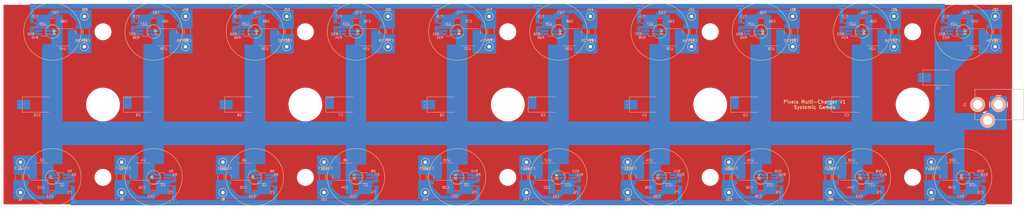
<source format=kicad_pcb>
(kicad_pcb (version 20211014) (generator pcbnew)
  (layers (0 "F.Cu" signal) (31 "B.Cu" signal) (34 "B.Paste" user) (35 "F.Paste" user) (36 "B.SilkS" user "B.Silkscreen") (37 "F.SilkS" user "F.Silkscreen") (38 "B.Mask" user) (39 "F.Mask" user) (44 "Edge.Cuts" user))
  (net 0 "")
  (net 1 "GND")
  (net 2 "Net-(C39-Pad1)")
  (net 3 "Net-(C41-Pad1)")
  (net 4 "Net-(C43-Pad1)")
  (net 5 "Net-(C45-Pad1)")
  (net 6 "Net-(C47-Pad1)")
  (net 7 "Net-(C49-Pad1)")
  (net 8 "Net-(C51-Pad1)")
  (net 9 "Net-(C53-Pad1)")
  (net 10 "Net-(C59-Pad1)")
  (net 11 "Net-(C61-Pad1)")
  (net 12 "+5V")
  (net 13 "Net-(R3-Pad1)")
  (net 14 "Net-(C63-Pad1)")
  (net 15 "Net-(C13-Pad1)")
  (net 16 "Net-(C17-Pad1)")
  (net 17 "Net-(C21-Pad1)")
  (net 18 "Net-(C25-Pad1)")
  (net 19 "Net-(C29-Pad1)")
  (net 20 "Net-(C33-Pad1)")
  (net 21 "Net-(C65-Pad1)")
  (net 22 "Net-(C67-Pad1)")
  (net 23 "Net-(C37-Pad1)")
  (net 24 "Net-(C69-Pad1)")
  (net 25 "Net-(C71-Pad1)")
  (net 26 "Net-(C73-Pad1)")
  (net 27 "Net-(C75-Pad1)")
  (net 28 "Net-(C77-Pad1)")
  (net 29 "Net-(C79-Pad1)")
  (net 30 "Net-(C81-Pad1)")
  (net 31 "Net-(C83-Pad1)")
  (net 32 "Net-(C85-Pad1)")
  (net 33 "Net-(C87-Pad1)")
  (net 34 "Net-(C89-Pad1)")
  (net 35 "Net-(R1-Pad1)")
  (net 36 "Net-(R2-Pad2)")
  (net 37 "Net-(R17-Pad1)")
  (net 38 "Net-(R18-Pad2)")
  (net 39 "Net-(R19-Pad1)")
  (net 40 "Net-(R20-Pad2)")
  (net 41 "Net-(R21-Pad1)")
  (net 42 "Net-(R4-Pad2)")
  (net 43 "Net-(R22-Pad2)")
  (net 44 "Net-(R23-Pad1)")
  (net 45 "Net-(R10-Pad2)")
  (net 46 "Net-(R24-Pad2)")
  (net 47 "Net-(R25-Pad1)")
  (net 48 "Net-(R15-Pad1)")
  (net 49 "Net-(R16-Pad2)")
  (net 50 "Net-(R26-Pad2)")
  (net 51 "Net-(R27-Pad1)")
  (net 52 "Net-(R37-Pad1)")
  (net 53 "Net-(R28-Pad2)")
  (net 54 "Net-(R30-Pad2)")
  (net 55 "Net-(R32-Pad2)")
  (net 56 "Net-(R33-Pad1)")
  (net 57 "Net-(R34-Pad2)")
  (net 58 "Net-(R35-Pad1)")
  (net 59 "Net-(R36-Pad2)")
  (net 60 "Net-(R39-Pad1)")
  (net 61 "Net-(R40-Pad2)")
  (net 62 "Net-(U1-Pad2)")
  (net 63 "Net-(U3-Pad2)")
  (net 64 "Net-(U5-Pad2)")
  (net 65 "Net-(U7-Pad2)")
  (net 66 "Net-(U10-Pad8)")
  (net 67 "Net-(U11-Pad2)")
  (net 68 "Net-(U13-Pad2)")
  (net 69 "Net-(U15-Pad2)")
  (net 70 "Net-(U17-Pad2)")
  (net 71 "Net-(U19-Pad2)")
  (net 72 "Net-(U21-Pad2)")
  (net 73 "Net-(U25-Pad2)")
  (net 74 "Net-(U27-Pad2)")
  (net 75 "Net-(U29-Pad2)")
  (net 76 "Net-(U31-Pad2)")
  (net 77 "Net-(U33-Pad2)")
  (net 78 "Net-(C11-Pad1)")
  (net 79 "Net-(U23-Pad2)")
  (net 80 "Net-(C15-Pad1)")
  (net 81 "Net-(U35-Pad2)")
  (net 82 "Net-(C57-Pad1)")
  (net 83 "Net-(U37-Pad2)")
  (net 84 "Net-(R5-Pad1)")
  (net 85 "Net-(R6-Pad2)")
  (net 86 "Net-(C19-Pad1)")
  (net 87 "Net-(R8-Pad2)")
  (net 88 "Net-(C23-Pad1)")
  (net 89 "Net-(R11-Pad1)")
  (net 90 "Net-(R12-Pad2)")
  (net 91 "Net-(R13-Pad1)")
  (net 92 "Net-(R14-Pad2)")
  (net 93 "Net-(U39-Pad2)")
  (net 94 "Net-(R29-Pad1)")
  (net 95 "Net-(C27-Pad1)")
  (net 96 "Net-(R31-Pad1)")
  (net 97 "Net-(R38-Pad2)")
  (net 98 "Net-(C31-Pad1)")
  (net 99 "Net-(C35-Pad1)")
  (net 100 "Net-(C55-Pad1)")
  (net 101 "Net-(R7-Pad1)")
  (net 102 "Net-(R10-Pad1)")
  (footprint "TestPoint:TestPoint_THTPad_D2.0mm_Drill1.0mm" (layer "F.Cu") (at 229.000001 113.84)
    (fp_text reference "J44")
    (fp_text value "Coil B")
  )
  (footprint "Pixels-dice:TX Coil" (layer "F.Cu") (at 189.53 118.38 -90)
    (fp_text reference "J48")
    (fp_text value "TX_Coil")
  )
  (footprint "Pixels-dice:TX Coil" (layer "F.Cu") (at 249.53 161.54 90)
    (fp_text reference "J21")
    (fp_text value "TX_Coil")
  )
  (footprint "Pixels-dice:TX Coil" (layer "F.Cu") (at 99.53 118.38 -90)
    (fp_text reference "J57")
    (fp_text value "TX_Coil")
  )
  (footprint "TestPoint:TestPoint_THTPad_D2.0mm_Drill1.0mm" (layer "F.Cu") (at 259.000001 113.84)
    (fp_text reference "J41")
    (fp_text value "Coil B")
  )
  (footprint "Pixels-dice:TX Coil" (layer "F.Cu") (at 219.54 161.55 90)
    (fp_text reference "J18")
    (fp_text value "TX_Coil")
  )
  (footprint "TestPoint:TestPoint_THTPad_D2.0mm_Drill1.0mm" (layer "F.Cu") (at 330.059999 166.08 180)
    (fp_text reference "J29")
    (fp_text value "Coil B")
  )
  (footprint "Pixels-dice:TX Coil" (layer "F.Cu") (at 189.53 161.54 90)
    (fp_text reference "J15")
    (fp_text value "TX_Coil")
  )
  (footprint "TestPoint:TestPoint_THTPad_D2.0mm_Drill1.0mm" (layer "F.Cu") (at 289 122.84)
    (fp_text reference "J40")
    (fp_text value "Coil A")
  )
  (footprint "TestPoint:TestPoint_THTPad_D2.0mm_Drill1.0mm" (layer "F.Cu") (at 259 122.84)
    (fp_text reference "J43")
    (fp_text value "Coil A")
  )
  (footprint "Pixels-dice:TX Coil" (layer "F.Cu") (at 159.53 118.38 -90)
    (fp_text reference "J51")
    (fp_text value "TX_Coil")
  )
  (footprint "Pixels-dice:TX Coil" (layer "F.Cu") (at 279.53 118.38 -90)
    (fp_text reference "J39")
    (fp_text value "TX_Coil")
  )
  (footprint "Pixels-dice:TX Coil" (layer "F.Cu") (at 129.53 118.38 -90)
    (fp_text reference "J54")
    (fp_text value "TX_Coil")
  )
  (footprint "TestPoint:TestPoint_THTPad_D2.0mm_Drill1.0mm" (layer "F.Cu") (at 270.059999 166.08 180)
    (fp_text reference "J23")
    (fp_text value "Coil B")
  )
  (footprint "Pixels-dice:TX Coil" (layer "F.Cu") (at 159.53 161.54 90)
    (fp_text reference "J12")
    (fp_text value "TX_Coil")
  )
  (footprint "TestPoint:TestPoint_THTPad_D2.0mm_Drill1.0mm" (layer "F.Cu") (at 229 122.84)
    (fp_text reference "J46")
    (fp_text value "Coil A")
  )
  (footprint "TestPoint:TestPoint_THTPad_D2.0mm_Drill1.0mm" (layer "F.Cu") (at 349 122.84)
    (fp_text reference "J34")
    (fp_text value "Coil A")
  )
  (footprint "TestPoint:TestPoint_THTPad_D2.0mm_Drill1.0mm" (layer "F.Cu") (at 120.059999 166.08 180)
    (fp_text reference "J8")
    (fp_text value "Coil B")
  )
  (footprint "TestPoint:TestPoint_THTPad_D2.0mm_Drill1.0mm" (layer "F.Cu") (at 90.06 157.08 180)
    (fp_text reference "J7")
    (fp_text value "Coil A")
  )
  (footprint "TestPoint:TestPoint_THTPad_D2.0mm_Drill1.0mm" (layer "F.Cu") (at 319.000001 113.84)
    (fp_text reference "J35")
    (fp_text value "Coil B")
  )
  (footprint "TestPoint:TestPoint_THTPad_D2.0mm_Drill1.0mm" (layer "F.Cu") (at 60.059999 166.08 180)
    (fp_text reference "J2")
    (fp_text value "Coil B")
  )
  (footprint "TestPoint:TestPoint_THTPad_D2.0mm_Drill1.0mm" (layer "F.Cu") (at 199.000001 113.84)
    (fp_text reference "J47")
    (fp_text value "Coil B")
  )
  (footprint "TestPoint:TestPoint_THTPad_D2.0mm_Drill1.0mm" (layer "F.Cu") (at 199 122.84)
    (fp_text reference "J49")
    (fp_text value "Coil A")
  )
  (footprint "TestPoint:TestPoint_THTPad_D2.0mm_Drill1.0mm" (layer "F.Cu") (at 90.059999 166.08 180)
    (fp_text reference "J5")
    (fp_text value "Coil B")
  )
  (footprint "Pixels-dice:TX Coil" (layer "F.Cu") (at 219.53 118.38 -90)
    (fp_text reference "J45")
    (fp_text value "TX_Coil")
  )
  (footprint "TestPoint:TestPoint_THTPad_D2.0mm_Drill1.0mm" (layer "F.Cu") (at 109.000001 113.84)
    (fp_text reference "J56")
    (fp_text value "Coil B")
  )
  (footprint "Pixels-dice:TX Coil" (layer "F.Cu") (at 99.53 161.54 90)
    (fp_text reference "J6")
    (fp_text value "TX_Coil")
  )
  (footprint "TestPoint:TestPoint_THTPad_D2.0mm_Drill1.0mm" (layer "F.Cu") (at 109 122.84)
    (fp_text reference "J58")
    (fp_text value "Coil A")
  )
  (footprint "TestPoint:TestPoint_THTPad_D2.0mm_Drill1.0mm" (layer "F.Cu") (at 139.000001 113.84)
    (fp_text reference "J53")
    (fp_text value "Coil B")
  )
  (footprint "TestPoint:TestPoint_THTPad_D2.0mm_Drill1.0mm" (layer "F.Cu") (at 180.06 157.08 180)
    (fp_text reference "J16")
    (fp_text value "Coil A")
  )
  (footprint "TestPoint:TestPoint_THTPad_D2.0mm_Drill1.0mm" (layer "F.Cu") (at 240.06 157.08 180)
    (fp_text reference "J22")
    (fp_text value "Coil A")
  )
  (footprint "TestPoint:TestPoint_THTPad_D2.0mm_Drill1.0mm" (layer "F.Cu") (at 169 122.84)
    (fp_text reference "J52")
    (fp_text value "Coil A")
  )
  (footprint "TestPoint:TestPoint_THTPad_D2.0mm_Drill1.0mm" (layer "F.Cu") (at 120.06 157.08 180)
    (fp_text reference "J10")
    (fp_text value "Coil A")
  )
  (footprint "Pixels-dice:TX Coil" (layer "F.Cu") (at 69.53 118.39 -90)
    (fp_text reference "J60")
    (fp_text value "TX_Coil")
  )
  (footprint "Pixels-dice:TX Coil" (layer "F.Cu") (at 309.53 161.54 90)
    (fp_text reference "J27")
    (fp_text value "TX_Coil")
  )
  (footprint "TestPoint:TestPoint_THTPad_D2.0mm_Drill1.0mm" (layer "F.Cu") (at 240.059999 166.08 180)
    (fp_text reference "J20")
    (fp_text value "Coil B")
  )
  (footprint "TestPoint:TestPoint_THTPad_D2.0mm_Drill1.0mm" (layer "F.Cu") (at 79 122.85)
    (fp_text reference "J61")
    (fp_text value "Coil A")
  )
  (footprint "TestPoint:TestPoint_THTPad_D2.0mm_Drill1.0mm" (layer "F.Cu") (at 180.059999 166.08 180)
    (fp_text reference "J14")
    (fp_text value "Coil B")
  )
  (footprint "TestPoint:TestPoint_THTPad_D2.0mm_Drill1.0mm" (layer "F.Cu") (at 150.059999 166.08 180)
    (fp_text reference "J11")
    (fp_text value "Coil B")
  )
  (footprint "TestPoint:TestPoint_THTPad_D2.0mm_Drill1.0mm" (layer "F.Cu") (at 330.06 157.08 180)
    (fp_text reference "J31")
    (fp_text value "Coil A")
  )
  (footprint "TestPoint:TestPoint_THTPad_D2.0mm_Drill1.0mm" (layer "F.Cu") (at 139 122.84)
    (fp_text reference "J55")
    (fp_text value "Coil A")
  )
  (footprint "TestPoint:TestPoint_THTPad_D2.0mm_Drill1.0mm" (layer "F.Cu") (at 150.06 157.08 180)
    (fp_text reference "J13")
    (fp_text value "Coil A")
  )
  (footprint "TestPoint:TestPoint_THTPad_D2.0mm_Drill1.0mm" (layer "F.Cu") (at 79.000001 113.85)
    (fp_text reference "J59")
    (fp_text value "Coil B")
  )
  (footprint "TestPoint:TestPoint_THTPad_D2.0mm_Drill1.0mm" (layer "F.Cu") (at 270.06 157.08 180)
    (fp_text reference "J25")
    (fp_text value "Coil A")
  )
  (footprint "Pixels-dice:TX Coil" (layer "F.Cu") (at 279.53 161.54 90)
    (fp_text reference "J24")
    (fp_text value "TX_Coil")
  )
  (footprint "Pixels-dice:TX Coil" (layer "F.Cu") (at 69.53 161.54 90)
    (fp_text reference "J3")
    (fp_text value "TX_Coil")
  )
  (footprint "TestPoint:TestPoint_THTPad_D2.0mm_Drill1.0mm" (layer "F.Cu") (at 349.000001 113.84)
    (fp_text reference "J32")
    (fp_text value "Coil B")
  )
  (footprint "TestPoint:TestPoint_THTPad_D2.0mm_Drill1.0mm" (layer "F.Cu") (at 210.069999 166.09 180)
    (fp_text reference "J17")
    (fp_text value "Coil B")
  )
  (footprint "Pixels-dice:TX Coil" (layer "F.Cu") (at 339.53 161.54 90)
    (fp_text reference "J30")
    (fp_text value "TX_Coil")
  )
  (footprint "TestPoint:TestPoint_THTPad_D2.0mm_Drill1.0mm" (layer "F.Cu") (at 169.000001 113.84)
    (fp_text reference "J50")
    (fp_text value "Coil B")
  )
  (footprint "Pixels-dice:TX Coil" (layer "F.Cu") (at 309.53 118.38 -90)
    (fp_text reference "J36")
    (fp_text value "TX_Coil")
  )
  (footprint "TestPoint:TestPoint_THTPad_D2.0mm_Drill1.0mm" (layer "F.Cu") (at 60.06 157.08 180)
    (fp_text reference "J4")
    (fp_text value "Coil A")
  )
  (footprint "Pixels-dice:TX Coil" (layer "F.Cu") (at 249.53 118.38 -90)
    (fp_text reference "J42")
    (fp_text value "TX_Coil")
  )
  (footprint "Pixels-dice:TX Coil" (layer "F.Cu") (at 129.53 161.54 90)
    (fp_text reference "J9")
    (fp_text value "TX_Coil")
  )
  (footprint "Pixels-dice:TX Coil" (layer "F.Cu") (at 339.53 118.38 -90)
    (fp_text reference "J33")
    (fp_text value "TX_Coil")
  )
  (footprint "TestPoint:TestPoint_THTPad_D2.0mm_Drill1.0mm" (layer "F.Cu") (at 300.06 157.08 180)
    (fp_text reference "J28")
    (fp_text value "Coil A")
  )
  (footprint "TestPoint:TestPoint_THTPad_D2.0mm_Drill1.0mm" (layer "F.Cu") (at 210.07 157.09 180)
    (fp_text reference "J19")
    (fp_text value "Coil A")
  )
  (footprint "TestPoint:TestPoint_THTPad_D2.0mm_Drill1.0mm" (layer "F.Cu") (at 289.000001 113.84)
    (fp_text reference "J38")
    (fp_text value "Coil B")
  )
  (footprint "TestPoint:TestPoint_THTPad_D2.0mm_Drill1.0mm" (layer "F.Cu") (at 319 122.84)
    (fp_text reference "J37")
    (fp_text value "Coil A")
  )
  (footprint "TestPoint:TestPoint_THTPad_D2.0mm_Drill1.0mm" (layer "F.Cu") (at 300.059999 166.08 180)
    (fp_text reference "J26")
    (fp_text value "Coil B")
  )
  (footprint "Package_TO_SOT_SMD:SOT-23-6" (layer "B.Cu") (at 282.0975 161.78)
    (fp_text reference "U15")
    (fp_text value "XKT001")
  )
  (footprint "Capacitor_SMD:C_1206_3216Metric" (layer "B.Cu") (at 179.499999 161.58 -90)
    (fp_text reference "C29")
    (fp_text value "100nF 50V NP0")
  )
  (footprint "Resistor_SMD:R_0402_1005Metric" (layer "B.Cu") (at 225.77 162.29 -90)
    (fp_text reference "R11")
    (fp_text value "200k 1%")
  )
  (footprint "Capacitor_SMD:C_1206_3216Metric" (layer "B.Cu") (at 167.36 118.34 90)
    (fp_text reference "C78")
    (fp_text value "56nF 50V NP0")
  )
  (footprint "Capacitor_SMD:C_1206_3216Metric" (layer "B.Cu") (at 249.46 164.58 180)
    (fp_text reference "C36")
    (fp_text value "47uF 10V 20%")
  )
  (footprint "Capacitor_SMD:C_1206_3216Metric" (layer "B.Cu") (at 181.7 161.58 -90)
    (fp_text reference "C30")
    (fp_text value "56nF 50V NP0")
  )
  (footprint "Resistor_SMD:R_0402_1005Metric" (layer "B.Cu") (at 75.76 162.28 -90)
    (fp_text reference "R1")
    (fp_text value "200k 1%")
  )
  (footprint "Capacitor_SMD:C_0402_1005Metric" (layer "B.Cu") (at 100.28 113.64)
    (fp_text reference "C83")
    (fp_text value "0.1uF 10V 20%")
  )
  (footprint "Capacitor_SMD:C_1206_3216Metric" (layer "B.Cu") (at 271.7 161.58 -90)
    (fp_text reference "C42")
    (fp_text value "56nF 50V NP0")
  )
  (footprint "Capacitor_SMD:C_1206_3216Metric" (layer "B.Cu") (at 239.499999 161.58 -90)
    (fp_text reference "C37")
    (fp_text value "100nF 50V NP0")
  )
  (footprint "Capacitor_SMD:C_1206_3216Metric" (layer "B.Cu") (at 199.560001 118.34 90)
    (fp_text reference "C73")
    (fp_text value "100nF 50V NP0")
  )
  (footprint "Resistor_SMD:R_0402_1005Metric" (layer "B.Cu") (at 255.76 162.28 -90)
    (fp_text reference "R13")
    (fp_text value "200k 1%")
  )
  (footprint "Package_TO_SOT_SMD:SOT-23-6" (layer "B.Cu") (at 192.0975 161.78)
    (fp_text reference "U9")
    (fp_text value "XKT001")
  )
  (footprint "Fuse:Fuse_0805_2012Metric" (layer "B.Cu") (at 244.4 115.140001)
    (fp_text reference "F14")
    (fp_text value "500mA ~150mR")
  )
  (footprint "Pixels-dice:SOIC-8_3.9x4.9mm_P1.27mm" (layer "B.Cu") (at 336.46 159.88 90)
    (fp_text reference "U20")
    (fp_text value "XKT335")
  )
  (footprint "Capacitor_SMD:C_1206_3216Metric" (layer "B.Cu") (at 257.36 118.34 90)
    (fp_text reference "C66")
    (fp_text value "56nF 50V NP0")
  )
  (footprint "Resistor_SMD:R_0402_1005Metric" (layer "B.Cu") (at 314.659999 161.28 -90)
    (fp_text reference "R18")
    (fp_text value "84.5k 1%")
  )
  (footprint "Resistor_SMD:R_0402_1005Metric" (layer "B.Cu") (at 254.659999 161.28 -90)
    (fp_text reference "R14")
    (fp_text value "84.5k 1%")
  )
  (footprint "Resistor_SMD:R_0402_1005Metric" (layer "B.Cu") (at 243.3 117.64 90)
    (fp_text reference "R27")
    (fp_text value "200k 1%")
  )
  (footprint "Resistor_SMD:R_0402_1005Metric" (layer "B.Cu") (at 64.400001 118.65 90)
    (fp_text reference "R40")
    (fp_text value "84.5k 1%")
  )
  (footprint "Resistor_SMD:R_0402_1005Metric" (layer "B.Cu") (at 274.400001 118.64 90)
    (fp_text reference "R26")
    (fp_text value "84.5k 1%")
  )
  (footprint "Pixels-dice:SOIC-8_3.9x4.9mm_P1.27mm" (layer "B.Cu") (at 282.6 120.04 -90)
    (fp_text reference "U26")
    (fp_text value "XKT335")
  )
  (footprint "Pixels-dice:SOIC-8_3.9x4.9mm_P1.27mm" (layer "B.Cu") (at 186.46 159.88 90)
    (fp_text reference "U10")
    (fp_text value "XKT335")
  )
  (footprint "Resistor_SMD:R_0402_1005Metric" (layer "B.Cu") (at 183.3 117.64 90)
    (fp_text reference "R31")
    (fp_text value "200k 1%")
  )
  (footprint "Package_TO_SOT_SMD:SOT-23-6" (layer "B.Cu") (at 126.9625 118.14 180)
    (fp_text reference "U35")
    (fp_text value "XKT001")
  )
  (footprint "Fuse:Fuse_0805_2012Metric" (layer "B.Cu") (at 104.66 164.779999 180)
    (fp_text reference "F2")
    (fp_text value "500mA ~150mR")
  )
  (footprint "Capacitor_SMD:C_1206_3216Metric" (layer "B.Cu") (at 259.560001 118.34 90)
    (fp_text reference "C65")
    (fp_text value "100nF 50V NP0")
  )
  (footprint "Resistor_SMD:R_0402_1005Metric" (layer "B.Cu") (at 153.3 117.64 90)
    (fp_text reference "R33")
    (fp_text value "200k 1%")
  )
  (footprint "Package_TO_SOT_SMD:SOT-23-6" (layer "B.Cu") (at 276.9625 118.14 180)
    (fp_text reference "U25")
    (fp_text value "XKT001")
  )
  (footprint "Resistor_SMD:R_0402_1005Metric" (layer "B.Cu") (at 154.400001 118.64 90)
    (fp_text reference "R34")
    (fp_text value "84.5k 1%")
  )
  (footprint "Fuse:Fuse_0805_2012Metric" (layer "B.Cu") (at 164.66 164.779999 180)
    (fp_text reference "F4")
    (fp_text value "500mA ~150mR")
  )
  (footprint "Capacitor_SMD:C_1206_3216Metric" (layer "B.Cu") (at 99.46 164.58 180)
    (fp_text reference "C16")
    (fp_text value "47uF 10V 20%")
  )
  (footprint "Capacitor_SMD:C_0402_1005Metric" (layer "B.Cu") (at 158.78 166.28 180)
    (fp_text reference "C23")
    (fp_text value "0.1uF 10V 20%")
  )
  (footprint "Resistor_SMD:R_0402_1005Metric" (layer "B.Cu") (at 303.3 117.64 90)
    (fp_text reference "R23")
    (fp_text value "200k 1%")
  )
  (footprint "Pixels-dice:SOIC-8_3.9x4.9mm_P1.27mm" (layer "B.Cu") (at 156.46 159.88 90)
    (fp_text reference "U8")
    (fp_text value "XKT335")
  )
  (footprint "Resistor_SMD:R_0402_1005Metric" (layer "B.Cu") (at 273.3 117.64 90)
    (fp_text reference "R25")
    (fp_text value "200k 1%")
  )
  (footprint "Capacitor_Tantalum_SMD:CP_EIA-7343-31_Kemet-D" (layer "B.Cu") (at 65 140)
    (fp_text reference "C10")
    (fp_text value "220uF 10V")
  )
  (footprint "Capacitor_SMD:C_0402_1005Metric" (layer "B.Cu") (at 280.28 113.64)
    (fp_text reference "C59")
    (fp_text value "0.1uF 10V 20%")
  )
  (footprint "Resistor_SMD:R_0402_1005Metric" (layer "B.Cu") (at 105.76 162.28 -90)
    (fp_text reference "R3")
    (fp_text value "200k 1%")
  )
  (footprint "Capacitor_SMD:C_1206_3216Metric" (layer "B.Cu") (at 339.46 164.58 180)
    (fp_text reference "C48")
    (fp_text value "47uF 10V 20%")
  )
  (footprint "Capacitor_SMD:C_1206_3216Metric" (layer "B.Cu") (at 189.6 115.34)
    (fp_text reference "C72")
    (fp_text value "47uF 10V 20%")
  )
  (footprint "Capacitor_Tantalum_SMD:CP_EIA-7343-31_Kemet-D" (layer "B.Cu") (at 125 140)
    (fp_text reference "C8")
    (fp_text value "220uF 10V")
  )
  (footprint "Capacitor_SMD:C_1206_3216Metric" (layer "B.Cu") (at 279.46 164.58 180)
    (fp_text reference "C40")
    (fp_text value "47uF 10V 20%")
  )
  (footprint "Capacitor_SMD:C_0402_1005Metric" (layer "B.Cu") (at 218.79 166.29 180)
    (fp_text reference "C31")
    (fp_text value "0.1uF 10V 20%")
  )
  (footprint "Pixels-dice:SOIC-8_3.9x4.9mm_P1.27mm" (layer "B.Cu") (at 96.46 159.88 90)
    (fp_text reference "U4")
    (fp_text value "XKT335")
  )
  (footprint "Resistor_SMD:R_0402_1005Metric" (layer "B.Cu") (at 94.400001 118.64 90)
    (fp_text reference "R38")
    (fp_text value "84.5k 1%")
  )
  (footprint "Capacitor_SMD:C_1206_3216Metric" (layer "B.Cu") (at 219.6 115.34)
    (fp_text reference "C68")
    (fp_text value "47uF 10V 20%")
  )
  (footprint "Package_TO_SOT_SMD:SOT-23-6" (layer "B.Cu") (at 252.0975 161.78)
    (fp_text reference "U13")
    (fp_text value "XKT001")
  )
  (footprint "Fuse:Fuse_0805_2012Metric" (layer "B.Cu") (at 194.66 164.779999 180)
    (fp_text reference "F5")
    (fp_text value "500mA ~150mR")
  )
  (footprint "Pixels-dice:SOIC-8_3.9x4.9mm_P1.27mm" (layer "B.Cu") (at 222.6 120.04 -90)
    (fp_text reference "U30")
    (fp_text value "XKT335")
  )
  (footprint "Package_TO_SOT_SMD:SOT-23-6" (layer "B.Cu") (at 96.9625 118.14 180)
    (fp_text reference "U37")
    (fp_text value "XKT001")
  )
  (footprint "Package_TO_SOT_SMD:SOT-23-6" (layer "B.Cu") (at 216.9625 118.14 180)
    (fp_text reference "U29")
    (fp_text value "XKT001")
  )
  (footprint "Pixels-dice:SOIC-8_3.9x4.9mm_P1.27mm" (layer "B.Cu") (at 216.47 159.89 90)
    (fp_text reference "U12")
    (fp_text value "XKT335")
  )
  (footprint "Capacitor_Tantalum_SMD:CP_EIA-7343-31_Kemet-D" (layer "B.Cu") (at 305 140)
    (fp_text reference "C2")
    (fp_text value "220uF 10V")
  )
  (footprint "Pixels-dice:SOIC-8_3.9x4.9mm_P1.27mm" (layer "B.Cu") (at 306.46 159.88 90)
    (fp_text reference "U18")
    (fp_text value "XKT335")
  )
  (footprint "Resistor_SMD:R_0402_1005Metric" (layer "B.Cu") (at 244.400001 118.64 90)
    (fp_text reference "R28")
    (fp_text value "84.5k 1%")
  )
  (footprint "Capacitor_SMD:C_1206_3216Metric" (layer "B.Cu") (at 349.560001 118.34 90)
    (fp_text reference "C53")
    (fp_text value "100nF 50V NP0")
  )
  (footprint "Fuse:Fuse_0805_2012Metric" (layer "B.Cu") (at 334.4 115.140001)
    (fp_text reference "F11")
    (fp_text value "500mA ~150mR")
  )
  (footprint "Fuse:Fuse_0805_2012Metric" (layer "B.Cu") (at 134.66 164.779999 180)
    (fp_text reference "F3")
    (fp_text value "500mA ~150mR")
  )
  (footprint "Package_TO_SOT_SMD:SOT-23-6" (layer "B.Cu") (at 156.9625 118.14 180)
    (fp_text reference "U33")
    (fp_text value "XKT001")
  )
  (footprint "Capacitor_SMD:C_1206_3216Metric" (layer "B.Cu") (at 137.36 118.34 90)
    (fp_text reference "C82")
    (fp_text value "56nF 50V NP0")
  )
  (footprint "Pixels-dice:SOIC-8_3.9x4.9mm_P1.27mm" (layer "B.Cu") (at 132.6 120.04 -90)
    (fp_text reference "U36")
    (fp_text value "XKT335")
  )
  (footprint "Resistor_SMD:R_0402_1005Metric" (layer "B.Cu") (at 93.3 117.64 90)
    (fp_text reference "R37")
    (fp_text value "200k 1%")
  )
  (footprint "Package_TO_SOT_SMD:SOT-23-6" (layer "B.Cu") (at 162.0975 161.78)
    (fp_text reference "U7")
    (fp_text value "XKT001")
  )
  (footprint "Package_TO_SOT_SMD:SOT-23-6" (layer "B.Cu") (at 312.0975 161.78)
    (fp_text reference "U17")
    (fp_text value "XKT001")
  )
  (footprint "Capacitor_Tantalum_SMD:CP_EIA-7343-31_Kemet-D" (layer "B.Cu") (at 275 140)
    (fp_text reference "C3")
    (fp_text value "220uF 10V")
  )
  (footprint "Capacitor_SMD:C_1206_3216Metric" (layer "B.Cu") (at 119.499999 161.58 -90)
    (fp_text reference "C21")
    (fp_text value "100nF 50V NP0")
  )
  (footprint "Resistor_SMD:R_0402_1005Metric" (layer "B.Cu") (at 184.400001 118.64 90)
    (fp_text reference "R32")
    (fp_text value "84.5k 1%")
  )
  (footprint "Capacitor_SMD:C_1206_3216Metric" (layer "B.Cu") (at 107.36 118.34 90)
    (fp_text reference "C86")
    (fp_text value "56nF 50V NP0")
  )
  (footprint "Capacitor_SMD:C_0402_1005Metric" (layer "B.Cu") (at 310.28 113.64)
    (fp_text reference "C55")
    (fp_text value "0.1uF 10V 20%")
  )
  (footprint "Capacitor_SMD:C_1206_3216Metric" (layer "B.Cu") (at 289.560001 118.34 90)
    (fp_text reference "C61")
    (fp_text value "100nF 50V NP0")
  )
  (footprint "Capacitor_SMD:C_1206_3216Metric" (layer "B.Cu") (at 241.7 161.58 -90)
    (fp_text reference "C38")
    (fp_text value "56nF 50V NP0")
  )
  (footprint "Capacitor_SMD:C_0402_1005Metric" (layer "B.Cu") (at 188.78 166.28 180)
    (fp_text reference "C27")
    (fp_text value "0.1uF 10V 20%")
  )
  (footprint "Capacitor_SMD:C_1206_3216Metric" (layer "B.Cu") (at 121.7 161.58 -90)
    (fp_text reference "C22")
    (fp_text value "56nF 50V NP0")
  )
  (footprint "Resistor_SMD:R_0402_1005Metric" (layer "B.Cu") (at 214.400001 118.64 90)
    (fp_text reference "R30")
    (fp_text value "84.5k 1%")
  )
  (footprint "Capacitor_SMD:C_0402_1005Metric" (layer "B.Cu") (at 98.78 166.28 180)
    (fp_text reference "C15")
    (fp_text value "0.1uF 10V 20%")
  )
  (footprint "Package_TO_SOT_SMD:SOT-23-6" (layer "B.Cu") (at 132.0975 161.78)
    (fp_text reference "U5")
    (fp_text value "XKT001")
  )
  (footprint "Package_TO_SOT_SMD:SOT-23-6" (layer "B.Cu") (at 246.9625 118.14 180)
    (fp_text reference "U27")
    (fp_text value "XKT001")
  )
  (footprint "Capacitor_Tantalum_SMD:CP_EIA-7343-31_Kemet-D" (layer "B.Cu") (at 155 140)
    (fp_text reference "C7")
    (fp_text value "220uF 10V")
  )
  (footprint "Pixels-dice:SOIC-8_3.9x4.9mm_P1.27mm" (layer "B.Cu") (at 252.6 120.04 -90)
    (fp_text reference "U28")
    (fp_text value "XKT335")
  )
  (footprint "Capacitor_SMD:C_1206_3216Metric" (layer "B.Cu") (at 151.7 161.58 -90)
    (fp_text reference "C26")
    (fp_text value "56nF 50V NP0")
  )
  (footprint "Capacitor_SMD:C_0402_1005Metric" (layer "B.Cu") (at 220.28 113.64)
    (fp_text reference "C67")
    (fp_text value "0.1uF 10V 20%")
  )
  (footprint "Pixels-dice:SOIC-8_3.9x4.9mm_P1.27mm" (layer "B.Cu") (at 126.46 159.88 90)
    (fp_text reference "U6")
    (fp_text value "XKT335")
  )
  (footprint "Fuse:Fuse_0805_2012Metric" (layer "B.Cu") (at 274.4 115.140001)
    (fp_text reference "F13")
    (fp_text value "500mA ~150mR")
  )
  (footprint "Resistor_SMD:R_0402_1005Metric" (layer "B.Cu") (at 134.659999 161.28 -90)
    (fp_text reference "R6")
    (fp_text value "84.5k 1%")
  )
  (footprint "Pixels-dice:SOIC-8_3.9x4.9mm_P1.27mm" (layer "B.Cu") (at 312.6 120.04 -90)
    (fp_text reference "U24")
    (fp_text value "XKT335")
  )
  (footprint "Capacitor_SMD:C_1206_3216Metric" (layer "B.Cu") (at 329.499999 161.58 -90)
    (fp_text reference "C49")
    (fp_text value "100nF 50V NP0")
  )
  (footprint "Resistor_SMD:R_0402_1005Metric" (layer "B.Cu") (at 165.76 162.28 -90)
    (fp_text reference "R7")
    (fp_text value "200k 1%")
  )
  (footprint "Fuse:Fuse_0805_2012Metric" (layer "B.Cu") (at 304.4 115.140001)
    (fp_text reference "F12")
    (fp_text value "500mA ~150mR")
  )
  (footprint "Capacitor_SMD:C_1206_3216Metric" (layer "B.Cu") (at 319.560001 118.34 90)
    (fp_text reference "C57")
    (fp_text value "100nF 50V NP0")
  )
  (footprint "Resistor_SMD:R_0402_1005Metric" (layer "B.Cu") (at 285.76 162.28 -90)
    (fp_text reference "R15")
    (fp_text value "200k 1%")
  )
  (footprint "Capacitor_SMD:C_1206_3216Metric" (layer "B.Cu") (at 69.6 115.35)
    (fp_text reference "C88")
    (fp_text value "47uF 10V 20%")
  )
  (footprint "Capacitor_SMD:C_1206_3216Metric" (layer "B.Cu") (at 229.560001 118.34 90)
    (fp_text reference "C69")
    (fp_text value "100nF 50V NP0")
  )
  (footprint "Package_TO_SOT_SMD:SOT-23-6" (layer "B.Cu") (at 336.9625 118.14 180)
    (fp_text reference "U21")
    (fp_text value "XKT001")
  )
  (footprint "Capacitor_SMD:C_0402_1005Metric" (layer "B.Cu") (at 248.78 166.28 180)
    (fp_text reference "C35")
    (fp_text value "0.1uF 10V 20%")
  )
  (footprint "Capacitor_SMD:C_1206_3216Metric" (layer "B.Cu") (at 129.6 115.34)
    (fp_text reference "C80")
    (fp_text value "47uF 10V 20%")
  )
  (footprint "Capacitor_SMD:C_0402_1005Metric" (layer "B.Cu") (at 338.78 166.28 180)
    (fp_text reference "C47")
    (fp_text value "0.1uF 10V 20%")
  )
  (footprint "Capacitor_SMD:C_1206_3216Metric" (layer "B.Cu") (at 159.46 164.58 180)
    (fp_text reference "C24")
    (fp_text value "47uF 10V 20%")
  )
  (footprint "Capacitor_SMD:C_0402_1005Metric" (layer "B.Cu") (at 190.28 113.64)
    (fp_text reference "C71")
    (fp_text value "0.1uF 10V 20%")
  )
  (footprint "Capacitor_Tantalum_SMD:CP_EIA-7343-31_Kemet-D" (layer "B.Cu") (at 185 140)
    (fp_text reference "C6")
    (fp_text value "220uF 10V")
  )
  (footprint "Package_TO_SOT_SMD:SOT-23-6" (layer "B.Cu") (at 72.0975 161.78)
    (fp_text reference "U1")
    (fp_text value "XKT001")
  )
  (footprint "Capacitor_SMD:C_1206_3216Metric" (layer "B.Cu") (at 149.499999 161.58 -90)
    (fp_text reference "C25")
    (fp_text value "100nF 50V NP0")
  )
  (footprint "Fuse:Fuse_0805_2012Metric" (layer "B.Cu") (at 124.4 115.140001)
    (fp_text reference "F18")
    (fp_text value "500mA ~150mR")
  )
  (footprint "Capacitor_SMD:C_1206_3216Metric" (layer "B.Cu") (at 109.560001 118.34 90)
    (fp_text reference "C85")
    (fp_text value "100nF 50V NP0")
  )
  (footprint "Fuse:Fuse_0805_2012Metric" (layer "B.Cu") (at 214.4 115.140001)
    (fp_text reference "F15")
    (fp_text value "500mA ~150mR")
  )
  (footprint "Pixels-dice:SOIC-8_3.9x4.9mm_P1.27mm" (layer "B.Cu") (at 162.6 120.04 -90)
    (fp_text reference "U34")
    (fp_text value "XKT335")
  )
  (footprint "Resistor_SMD:R_0402_1005Metric" (layer "B.Cu") (at 213.3 117.64 90)
    (fp_text reference "R29")
    (fp_text value "200k 1%")
  )
  (footprint "Capacitor_SMD:C_1206_3216Metric" (layer "B.Cu") (at 339.6 115.34)
    (fp_text reference "C52")
    (fp_text value "47uF 10V 20%")
  )
  (footprint "Capacitor_SMD:C_1206_3216Metric" (layer "B.Cu") (at 169.560001 118.34 90)
    (fp_text reference "C77")
    (fp_text value "100nF 50V NP0")
  )
  (footprint "Resistor_SMD:R_0402_1005Metric" (layer "B.Cu") (at 224.669999 161.29 -90)
    (fp_text reference "R12")
    (fp_text value "84.5k 1%")
  )
  (footprint "Capacitor_SMD:C_1206_3216Metric" (layer "B.Cu") (at 301.7 161.58 -90)
    (fp_text reference "C46")
    (fp_text value "56nF 50V NP0")
  )
  (footprint "Pixels-dice:SOIC-8_3.9x4.9mm_P1.27mm" (layer "B.Cu") (at 66.46 159.88 90)
    (fp_text reference "U2")
    (fp_text value "XKT335")
  )
  (footprint "Capacitor_SMD:C_1206_3216Metric" (layer "B.Cu") (at 197.36 118.34 90)
    (fp_text reference "C74")
    (fp_text value "56nF 50V NP0")
  )
  (footprint "Fuse:Fuse_0805_2012Metric" (layer "B.Cu") (at 344.66 164.779999 180)
    (fp_text reference "F10")
    (fp_text value "500mA ~150mR")
  )
  (footprint "Resistor_SMD:R_0402_1005Metric" (layer "B.Cu") (at 104.659999 161.28 -90)
    (fp_text reference "R4")
    (fp_text value "84.5k 1%")
  )
  (footprint "Fuse:Fuse_0805_2012Metric" (layer "B.Cu") (at 224.67 164.789999 180)
    (fp_text reference "F6")
    (fp_text value "500mA ~150mR")
  )
  (footprint "Resistor_SMD:R_0402_1005Metric" (layer "B.Cu") (at 194.659999 161.28 -90)
    (fp_text reference "R10")
    (fp_text value "84.5k 1%")
  )
  (footprint "Pixels-dice:SOIC-8_3.9x4.9mm_P1.27mm" (layer "B.Cu") (at 72.6 120.05 -90)
    (fp_text reference "U40")
    (fp_text value "XKT335")
  )
  (footprint "Resistor_SMD:R_0402_1005Metric" (layer "B.Cu") (at 195.76 162.28 -90)
    (fp_text reference "R9")
    (fp_text value "200k 1%")
  )
  (footprint "Capacitor_SMD:C_1206_3216Metric" (layer "B.Cu") (at 129.46 164.58 180)
    (fp_text reference "C20")
    (fp_text value "47uF 10V 20%")
  )
  (footprint "Package_TO_SOT_SMD:SOT-23-6" (layer "B.Cu") (at 222.1075 161.79)
    (fp_text reference "U11")
    (fp_text value "XKT001")
  )
  (footprint "Package_TO_SOT_SMD:SOT-23-6" (layer "B.Cu") (at 186.9625 118.14 180)
    (fp_text reference "U31")
    (fp_text value "XKT001")
  )
  (footprint "Capacitor_SMD:C_1206_3216Metric" (layer "B.Cu") (at 99.6 115.34)
    (fp_text reference "C84")
    (fp_text value "47uF 10V 20%")
  )
  (footprint "Capacitor_SMD:C_1206_3216Metric" (layer "B.Cu") (at 77.36 118.35 90)
    (fp_text reference "C90")
    (fp_text value "56nF 50V NP0")
  )
  (footprint "Capacitor_SMD:C_0402_1005Metric" (layer "B.Cu") (at 340.28 113.64)
    (fp_text reference "C51")
    (fp_text value "0.1uF 10V 20%")
  )
  (footprint "Capacitor_SMD:C_0402_1005Metric" (layer "B.Cu") (at 70.28 113.65)
    (fp_text reference "C87")
    (fp_text value "0.1uF 10V 20%")
  )
  (footprint "Capacitor_SMD:C_0402_1005Metric" (layer "B.Cu") (at 160.28 113.64)
    (fp_text reference "C75")
    (fp_text value "0.1uF 10V 20%")
  )
  (footprint "Pixels-dice:SOIC-8_3.9x4.9mm_P1.27mm" (layer "B.Cu") (at 342.6 120.04 -90)
    (fp_text reference "U22")
    (fp_text value "XKT335")
  )
  (footprint "Capacitor_SMD:C_1206_3216Metric" (layer "B.Cu") (at 317.36 118.34 90)
    (fp_text reference "C58")
    (fp_text value "56nF 50V NP0")
  )
  (footprint "Resistor_SMD:R_0402_1005Metric" (layer "B.Cu") (at 304.400001 118.64 90)
    (fp_text reference "R24")
    (fp_text value "84.5k 1%")
  )
  (footprint "Pixels-dice:SOIC-8_3.9x4.9mm_P1.27mm" (layer "B.Cu") (at 276.46 159.88 90)
    (fp_text reference "U16")
    (fp_text value "XKT335")
  )
  (footprint "Capacitor_SMD:C_1206_3216Metric" (layer "B.Cu") (at 249.6 115.34)
    (fp_text reference "C64")
    (fp_text value "47uF 10V 20%")
  )
  (footprint "Resistor_SMD:R_0402_1005Metric" (layer "B.Cu") (at 334.400001 118.64 90)
    (fp_text reference "R22")
    (fp_text value "84.5k 1%")
  )
  (footprint "Resistor_SMD:R_0402_1005Metric" (layer "B.Cu") (at 63.3 117.65 90)
    (fp_text reference "R39")
    (fp_text value "200k 1%")
  )
  (footprint "Package_TO_SOT_SMD:SOT-23-6" (layer "B.Cu") (at 66.9625 118.15 180)
    (fp_text reference "U39")
    (fp_text value "XKT001")
  )
  (footprint "Fuse:Fuse_0805_2012Metric" (layer "B.Cu") (at 254.66 164.779999 180)
    (fp_text reference "F7")
    (fp_text value "500mA ~150mR")
  )
  (footprint "Capacitor_SMD:C_1206_3216Metric" (layer "B.Cu") (at 59.499999 161.58 -90)
    (fp_text reference "C13")
    (fp_text value "100nF 50V NP0")
  )
  (footprint "Resistor_SMD:R_0402_1005Metric" (layer "B.Cu") (at 135.76 162.28 -90)
    (fp_text reference "R5")
    (fp_text value "200k 1%")
  )
  (footprint "Capacitor_SMD:C_1206_3216Metric" (layer "B.Cu") (at 91.7 161.58 -90)
    (fp_text reference "C18")
    (fp_text value "56nF 50V NP0")
  )
  (footprint "Resistor_SMD:R_0402_1005Metric" (layer "B.Cu") (at 124.400001 118.64 90)
    (fp_text reference "R36")
    (fp_text value "84.5k 1%")
  )
  (footprint "Resistor_SMD:R_0402_1005Metric" (layer "B.Cu") (at 315.76 162.28 -90)
    (fp_text reference "R17")
    (fp_text value "200k 1%")
  )
  (footprint "Capacitor_SMD:C_1206_3216Metric" (layer "B.Cu") (at 139.560001 118.34 90)
    (fp_text reference "C81")
    (fp_text value "100nF 50V NP0")
  )
  (footprint "Capacitor_SMD:C_1206_3216Metric" (layer "B.Cu") (at 61.7 161.58 -90)
    (fp_text reference "C14")
    (fp_text value "56nF 50V NP0")
  )
  (footprint "Fuse:Fuse_0805_2012Metric" (layer "B.Cu") (at 74.66 164.779999 180)
    (fp_text reference "F1")
    (fp_text value "500mA ~150mR")
  )
  (footprint "Fuse:Fuse_0805_2012Metric" (layer "B.Cu") (at 154.4 115.140001)
    (fp_text reference "F17")
    (fp_text value "500mA ~150mR")
  )
  (footprint "Capacitor_SMD:C_1206_3216Metric" (layer "B.Cu") (at 279.6 115.34)
    (fp_text reference "C60")
    (fp_text value "47uF 10V 20%")
  )
  (footprint "Capacitor_SMD:C_1206_3216Metric" (layer "B.Cu") (at 69.46 164.58 180)
    (fp_text reference "C12")
    (fp_text value "47uF 10V 20%")
  )
  (footprint "Capacitor_SMD:C_1206_3216Metric" (layer "B.Cu") (at 227.36 118.34 90)
    (fp_text reference "C70")
    (fp_text value "56nF 50V NP0")
  )
  (footprint "Resistor_SMD:R_0402_1005Metric" (layer "B.Cu") (at 284.659999 161.28 -90)
    (fp_text reference "R16")
    (fp_text value "84.5k 1%")
  )
  (footprint "Fuse:Fuse_0805_2012Metric" (layer "B.Cu") (at 314.66 164.779999 180)
    (fp_text reference "F9")
    (fp_text value "500mA ~150mR")
  )
  (footprint "Resistor_SMD:R_0402_1005Metric" (layer "B.Cu") (at 344.659999 161.28 -90)
    (fp_text reference "R20")
    (fp_text value "84.5k 1%")
  )
  (footprint "Capacitor_SMD:C_0402_1005Metric" (layer "B.Cu") (at 308.78 166.28 180)
    (fp_text reference "C43")
    (fp_text value "0.1uF 10V 20%")
  )
  (footprint "Fuse:Fuse_0805_2012Metric" (layer "B.Cu") (at 284.66 164.779999 180)
    (fp_text reference "F8")
    (fp_text value "500mA ~150mR")
  )
  (footprint "Capacitor_SMD:C_1206_3216Metric" (layer "B.Cu") (at 347.36 118.34 90)
    (fp_text reference "C54")
    (fp_text value "56nF 50V NP0")
  )
  (footprint "Capacitor_Tantalum_SMD:CP_EIA-7343-31_Kemet-D" (layer "B.Cu") (at 95 140)
    (fp_text reference "C9")
    (fp_text value "220uF 10V")
  )
  (footprint "Capacitor_SMD:C_1206_3216Metric" (layer "B.Cu") (at 211.71 161.59 -90)
    (fp_text reference "C34")
    (fp_text value "56nF 50V NP0")
  )
  (footprint "Fuse:Fuse_0805_2012Metric" (layer "B.Cu") (at 64.4 115.150001)
    (fp_text reference "F20")
    (fp_text value "500mA ~150mR")
  )
  (footprint "Capacitor_SMD:C_1206_3216Metric" (layer "B.Cu") (at 299.499999 161.58 -90)
    (fp_text reference "C45")
    (fp_text value "100nF 50V NP0")
  )
  (footprint "Pixels-dice:SOIC-8_3.9x4.9mm_P1.27mm" (layer "B.Cu") (at 102.6 120.04 -90)
    (fp_text reference "U38")
    (fp_text value "XKT335")
  )
  (footprint "Fuse:Fuse_0805_2012Metric" (layer "B.Cu") (at 184.4 115.140001)
    (fp_text reference "F16")
    (fp_text value "500mA ~150mR")
  )
  (footprint "Package_TO_SOT_SMD:SOT-23-6" (layer "B.Cu") (at 342.0975 161.78)
    (fp_text reference "U19")
    (fp_text value "XKT001")
  )
  (footprint "Capacitor_SMD:C_1206_3216Metric" (layer "B.Cu") (at 269.499999 161.58 -90)
    (fp_text reference "C41")
    (fp_text value "100nF 50V NP0")
  )
  (footprint "Capacitor_Tantalum_SMD:CP_EIA-7343-31_Kemet-D" (layer "B.Cu") (at 215 140)
    (fp_text reference "C5")
    (fp_text value "220uF 10V")
  )
  (footprint "Capacitor_SMD:C_1206_3216Metric" (layer "B.Cu") (at 331.7 161.58 -90)
    (fp_text reference "C50")
    (fp_text value "56nF 50V NP0")
  )
  (footprint "Package_TO_SOT_SMD:SOT-23-6" (layer "B.Cu") (at 102.0975 161.78)
    (fp_text reference "U3")
    (fp_text value "XKT001")
  )
  (footprint "Capacitor_SMD:C_1206_3216Metric" (layer "B.Cu") (at 89.499999 161.58 -90)
    (fp_text reference "C17")
    (fp_text value "100nF 50V NP0")
  )
  (footprint "Capacitor_SMD:C_1206_3216Metric" (layer "B.Cu") (at 189.46 164.58 180)
    (fp_text reference "C28")
    (fp_text value "47uF 10V 20%")
  )
  (footprint "Capacitor_SMD:C_0402_1005Metric" (layer "B.Cu") (at 278.78 166.28 180)
    (fp_text reference "C39")
    (fp_text value "0.1uF 10V 20%")
  )
  (footprint "Capacitor_Tantalum_SMD:CP_EIA-7343-31_Kemet-D" (layer "B.Cu") (at 245 140)
    (fp_text reference "C4")
    (fp_text value "220uF 10V")
  )
  (footprint "Capacitor_SMD:C_1206_3216Metric" (layer "B.Cu") (at 287.36 118.34 90)
    (fp_text reference "C62")
    (fp_text value "56nF 50V NP0")
  )
  (footprint "Capacitor_SMD:C_1206_3216Metric" (layer "B.Cu") (at 309.6 115.34)
    (fp_text reference "C56")
    (fp_text value "47uF 10V 20%")
  )
  (footprint "Resistor_SMD:R_0402_1005Metric" (layer "B.Cu") (at 74.659999 161.28 -90)
    (fp_text reference "R2")
    (fp_text value "84.5k 1%")
  )
  (footprint "Capacitor_SMD:C_1206_3216Metric" (layer "B.Cu") (at 159.6 115.34)
    (fp_text reference "C76")
    (fp_text value "47uF 10V 20%")
  )
  (footprint "Fuse:Fuse_0805_2012Metric" (layer "B.Cu") (at 94.4 115.140001)
    (fp_text reference "F19")
    (fp_text value "500mA ~150mR")
  )
  (footprint "Pixels-dice:BARREL_JACK" (layer "B.Cu") (at 350.00066 140 180)
    (fp_text reference "J1")
    (fp_text value "Barrel_Jack_Switch")
  )
  (footprint "Pixels-dice:SOIC-8_3.9x4.9mm_P1.27mm" (layer "B.Cu") (at 246.46 159.88 90)
    (fp_text reference "U14")
    (fp_text value "XKT335")
  )
  (footprint "Resistor_SMD:R_0402_1005Metric" (layer "B.Cu") (at 345.76 162.28 -90)
    (fp_text reference "R19")
    (fp_text value "200k 1%")
  )
  (footprint "Capacitor_SMD:C_1206_3216Metric" (layer "B.Cu") (at 79.560001 118.35 90)
    (fp_text reference "C89")
    (fp_text value "100nF 50V NP0")
  )
  (footprint "Pixels-dice:SOIC-8_3.9x4.9mm_P1.27mm" (layer "B.Cu") (at 192.6 120.04 -90)
    (fp_text reference "U32")
    (fp_text value "XKT335")
  )
  (footprint "Resistor_SMD:R_0402_1005Metric" (layer "B.Cu") (at 123.3 117.64 90)
    (fp_text reference "R35")
    (fp_text value "200k 1%")
  )
  (footprint "Resistor_SMD:R_0402_1005Metric" (layer "B.Cu") (at 333.3 117.64 90)
    (fp_text reference "R21")
    (fp_text value "200k 1%")
  )
  (footprint "Capacitor_SMD:C_0402_1005Metric" (layer "B.Cu") (at 250.28 113.64)
    (fp_text reference "C63")
    (fp_text value "0.1uF 10V 20%")
  )
  (footprint "Resistor_SMD:R_0402_1005Metric" (layer "B.Cu") (at 164.659999 161.28 -90)
    (fp_text reference "R8")
    (fp_text value "84.5k 1%")
  )
  (footprint "Package_TO_SOT_SMD:SOT-23-6" (layer "B.Cu") (at 306.9625 118.14 180)
    (fp_text reference "U23")
    (fp_text value "XKT001")
  )
  (footprint "Capacitor_SMD:C_0402_1005Metric" (layer "B.Cu") (at 128.78 166.28 180)
    (fp_text reference "C19")
    (fp_text value "0.1uF 10V 20%")
  )
  (footprint "Capacitor_SMD:C_1206_3216Metric" (layer "B.Cu") (at 309.46 164.58 180)
    (fp_text reference "C44")
    (fp_text value "47uF 10V 20%")
  )
  (footprint "Capacitor_SMD:C_0402_1005Metric" (layer "B.Cu") (at 68.78 166.28 180)
    (fp_text reference "C11")
    (fp_text value "0.1uF 10V 20%")
  )
  (footprint "Capacitor_SMD:C_1206_3216Metric" (layer "B.Cu") (at 209.509999 161.59 -90)
    (fp_text reference "C33")
    (fp_text value "100nF 50V NP0")
  )
  (footprint "Capacitor_SMD:C_0402_1005Metric" (layer "B.Cu") (at 130.28 113.64)
    (fp_text reference "C79")
    (fp_text value "0.1uF 10V 20%")
  )
  (footprint "Capacitor_SMD:C_1206_3216Metric" (layer "B.Cu") (at 219.47 164.59 180)
    (fp_text reference "C32")
    (fp_text value "47uF 10V 20%")
  )
  (footprint "Capacitor_Tantalum_SMD:CP_EIA-7343-31_Kemet-D" (layer "B.Cu") (at 332 132)
    (fp_text reference "C1")
    (fp_text value "220uF 10V")
  )
  (gr_circle (center 324.531 118.42) (end 326.531 118.42) (layer "Edge.Cuts") (width 0.05) (fill none))
  (gr_circle (center 324.53 139.998298) (end 329.03 139.998298) (layer "Edge.Cuts") (width 0.05) (fill none))
  (gr_line (start 54.53 170.076595) (end 54.53 109.92) (layer "Edge.Cuts") (width 0.05))
  (gr_circle (center 144.53 139.998298) (end 149.03 139.998298) (layer "Edge.Cuts") (width 0.05) (fill none))
  (gr_circle (center 144.529 161.576595) (end 146.529 161.576595) (layer "Edge.Cuts") (width 0.05) (fill none))
  (gr_circle (center 204.529 161.576595) (end 206.529 161.576595) (layer "Edge.Cuts") (width 0.05) (fill none))
  (gr_circle (center 264.53 139.998298) (end 269.03 139.998298) (layer "Edge.Cuts") (width 0.05) (fill none))
  (gr_line (start 354.53 109.92) (end 354.53 170.076595) (layer "Edge.Cuts") (width 0.05))
  (gr_line (start 54.53 109.92) (end 354.53 109.92) (layer "Edge.Cuts") (width 0.05))
  (gr_circle (center 84.529 161.576595) (end 86.529 161.576595) (layer "Edge.Cuts") (width 0.05) (fill none))
  (gr_line (start 354.53 170.076595) (end 54.53 170.076595) (layer "Edge.Cuts") (width 0.05))
  (gr_circle (center 204.531 118.42) (end 206.531 118.42) (layer "Edge.Cuts") (width 0.05) (fill none))
  (gr_circle (center 144.531 118.42) (end 146.531 118.42) (layer "Edge.Cuts") (width 0.05) (fill none))
  (gr_circle (center 324.529 161.576595) (end 326.529 161.576595) (layer "Edge.Cuts") (width 0.05) (fill none))
  (gr_circle (center 204.53 139.998298) (end 209.03 139.998298) (layer "Edge.Cuts") (width 0.05) (fill none))
  (gr_circle (center 264.529 161.576595) (end 266.529 161.576595) (layer "Edge.Cuts") (width 0.05) (fill none))
  (gr_circle (center 264.531 118.42) (end 266.531 118.42) (layer "Edge.Cuts") (width 0.05) (fill none))
  (gr_circle (center 84.53 139.998298) (end 89.03 139.998298) (layer "Edge.Cuts") (width 0.05) (fill none))
  (gr_circle (center 84.531 118.42) (end 86.531 118.42) (layer "Edge.Cuts") (width 0.05) (fill none))
  (gr_text "Pixels Multi-Charger V1\nSystemic Games\n" (at 295.5 140) (layer "F.SilkS") (effects (font (size 1 1))))
  (segment (start 218.1125 146.1125) (end 218.1125 140) (width 0.4) (layer "B.Cu") (net 1))
  (segment (start 309 147) (end 308.1125 146.1125) (width 0.4) (layer "B.Cu") (net 1))
  (segment (start 188.1125 146.1125) (end 188.1125 140) (width 0.4) (layer "B.Cu") (net 1))
  (segment (start 68.1125 146.1125) (end 68.1125 140) (width 0.4) (layer "B.Cu") (net 1))
  (segment (start 97.225 147) (end 69 147) (width 0.4) (layer "B.Cu") (net 1))
  (segment (start 335.1125 132) (end 335.1125 146.8875) (width 0.4) (layer "B.Cu") (net 1))
  (segment (start 308.1125 146.1125) (end 308.1125 140) (width 0.4) (layer "B.Cu") (net 1))
  (segment (start 248.1125 146.1125) (end 247.225 147) (width 0.4) (layer "B.Cu") (net 1))
  (segment (start 157.225 147) (end 129 147) (width 0.4) (layer "B.Cu") (net 1))
  (segment (start 98.1125 146.1125) (end 97.225 147) (width 0.4) (layer "B.Cu") (net 1))
  (segment (start 335 147) (end 309 147) (width 0.4) (layer "B.Cu") (net 1))
  (segment (start 277.225 147) (end 249 147) (width 0.4) (layer "B.Cu") (net 1))
  (segment (start 128.1125 146.1125) (end 128.1125 140) (width 0.4) (layer "B.Cu") (net 1))
  (segment (start 159 147) (end 158.1125 146.1125) (width 0.4) (layer "B.Cu") (net 1))
  (segment (start 98.1125 146.1125) (end 98.1125 140) (width 0.4) (layer "B.Cu") (net 1))
  (segment (start 307.225 147) (end 279 147) (width 0.4) (layer "B.Cu") (net 1))
  (segment (start 158.1125 146.1125) (end 157.225 147) (width 0.4) (layer "B.Cu") (net 1))
  (segment (start 129 147) (end 128.1125 146.1125) (width 0.4) (layer "B.Cu") (net 1))
  (segment (start 218.1125 146.1125) (end 217.225 147) (width 0.4) (layer "B.Cu") (net 1))
  (segment (start 99 147) (end 98.1125 146.1125) (width 0.4) (layer "B.Cu") (net 1))
  (segment (start 308.1125 146.1125) (end 307.225 147) (width 0.4) (layer "B.Cu") (net 1))
  (segment (start 247.225 147) (end 219 147) (width 0.4) (layer "B.Cu") (net 1))
  (segment (start 128.1125 146.1125) (end 127.225 147) (width 0.4) (layer "B.Cu") (net 1))
  (segment (start 158.1125 146.1125) (end 158.1125 140) (width 0.4) (layer "B.Cu") (net 1))
  (segment (start 335.1125 146.8875) (end 335 147) (width 0.4) (layer "B.Cu") (net 1))
  (segment (start 188.1125 146.1125) (end 187.225 147) (width 0.4) (layer "B.Cu") (net 1))
  (segment (start 249 147) (end 248.1125 146.1125) (width 0.4) (layer "B.Cu") (net 1))
  (segment (start 279 147) (end 278.1125 146.1125) (width 0.4) (layer "B.Cu") (net 1))
  (segment (start 219 147) (end 218.1125 146.1125) (width 0.4) (layer "B.Cu") (net 1))
  (segment (start 187.225 147) (end 159 147) (width 0.4) (layer "B.Cu") (net 1))
  (segment (start 69 147) (end 68.1125 146.1125) (width 0.4) (layer "B.Cu") (net 1))
  (segment (start 127.225 147) (end 99 147) (width 0.4) (layer "B.Cu") (net 1))
  (segment (start 189 147) (end 188.1125 146.1125) (width 0.4) (layer "B.Cu") (net 1))
  (segment (start 278.1125 146.1125) (end 278.1125 140) (width 0.4) (layer "B.Cu") (net 1))
  (segment (start 278.1125 146.1125) (end 277.225 147) (width 0.4) (layer "B.Cu") (net 1))
  (segment (start 217.225 147) (end 189 147) (width 0.4) (layer "B.Cu") (net 1))
  (segment (start 248.1125 146.1125) (end 248.1125 140) (width 0.4) (layer "B.Cu") (net 1))
  (via (at 59.9 140) (size 0.5) (drill 0.2) (layers "F.Cu" "B.Cu") (net 12))
  (via (at 153.5 110.8) (size 0.5) (drill 0.2) (layers "F.Cu" "B.Cu") (net 12))
  (via (at 179.9 140) (size 0.5) (drill 0.2) (layers "F.Cu" "B.Cu") (net 12))
  (via (at 254.7 169.1) (size 0.5) (drill 0.2) (layers "F.Cu" "B.Cu") (net 12))
  (via (at 214.3 110.8) (size 0.5) (drill 0.2) (layers "F.Cu" "B.Cu") (net 12))
  (via (at 59.9 139.1) (size 0.5) (drill 0.2) (layers "F.Cu" "B.Cu") (net 12))
  (via (at 75.6 168.199999) (size 0.5) (drill 0.2) (layers "F.Cu" "B.Cu") (net 12))
  (via (at 255.500001 169.1) (size 0.5) (drill 0.2) (layers "F.Cu" "B.Cu") (net 12))
  (via (at 119.9 139.1) (size 0.5) (drill 0.2) (layers "F.Cu" "B.Cu") (net 12))
  (via (at 196.3 169.1) (size 0.5) (drill 0.2) (layers "F.Cu" "B.Cu") (net 12))
  (via (at 243.5 111.6) (size 0.5) (drill 0.2) (layers "F.Cu" "B.Cu") (net 12))
  (via (at 93.5 111.6) (size 0.5) (drill 0.2) (layers "F.Cu" "B.Cu") (net 12))
  (via (at 136.299999 169.1) (size 0.5) (drill 0.2) (layers "F.Cu" "B.Cu") (net 12))
  (via (at 333.4 110.9) (size 0.5) (drill 0.2) (layers "F.Cu" "B.Cu") (net 12))
  (via (at 332.6 110.9) (size 0.5) (drill 0.2) (layers "F.Cu" "B.Cu") (net 12))
  (via (at 94.3 110.8) (size 0.5) (drill 0.2) (layers "F.Cu" "B.Cu") (net 12))
  (via (at 92.7 110.8) (size 0.5) (drill 0.2) (layers "F.Cu" "B.Cu") (net 12))
  (via (at 134.7 169.1) (size 0.5) (drill 0.2) (layers "F.Cu" "B.Cu") (net 12))
  (via (at 314.7 169.099999) (size 0.5) (drill 0.2) (layers "F.Cu" "B.Cu") (net 12))
  (via (at 91.2 138) (size 0.5) (drill 0.2) (layers "F.Cu" "B.Cu") (net 12))
  (via (at 135.5 169.1) (size 0.5) (drill 0.2) (layers "F.Cu" "B.Cu") (net 12))
  (via (at 76.4 169) (size 0.5) (drill 0.2) (layers "F.Cu" "B.Cu") (net 12))
  (via (at 152.6 138) (size 0.5) (drill 0.2) (layers "F.Cu" "B.Cu") (net 12))
  (via (at 165.5 168.3) (size 0.5) (drill 0.2) (layers "F.Cu" "B.Cu") (net 12))
  (via (at 345.5 168.3) (size 0.5) (drill 0.2) (layers "F.Cu" "B.Cu") (net 12))
  (via (at 239.9 139.1) (size 0.5) (drill 0.2) (layers "F.Cu" "B.Cu") (net 12))
  (via (at 224.7 169.1) (size 0.5) (drill 0.2) (layers "F.Cu" "B.Cu") (net 12))
  (via (at 135.5 168.3) (size 0.5) (drill 0.2) (layers "F.Cu" "B.Cu") (net 12))
  (via (at 151.9 138) (size 0.5) (drill 0.2) (layers "F.Cu" "B.Cu") (net 12))
  (via (at 271.2 138) (size 0.5) (drill 0.2) (layers "F.Cu" "B.Cu") (net 12))
  (via (at 304.3 110.8) (size 0.5) (drill 0.2) (layers "F.Cu" "B.Cu") (net 12))
  (via (at 315.5 168.3) (size 0.5) (drill 0.2) (layers "F.Cu" "B.Cu") (net 12))
  (via (at 271.9 138) (size 0.5) (drill 0.2) (layers "F.Cu" "B.Cu") (net 12))
  (via (at 326.8 131.1) (size 0.5) (drill 0.2) (layers "F.Cu" "B.Cu") (net 12))
  (via (at 164.7 169.1) (size 0.5) (drill 0.2) (layers "F.Cu" "B.Cu") (net 12))
  (via (at 166.300001 169.1) (size 0.5) (drill 0.2) (layers "F.Cu" "B.Cu") (net 12))
  (via (at 345.5 169.1) (size 0.5) (drill 0.2) (layers "F.Cu" "B.Cu") (net 12))
  (via (at 59.9 140.9) (size 0.5) (drill 0.2) (layers "F.Cu" "B.Cu") (net 12))
  (via (at 183.5 110.8) (size 0.5) (drill 0.2) (layers "F.Cu" "B.Cu") (net 12))
  (via (at 105.5 168.3) (size 0.5) (drill 0.2) (layers "F.Cu" "B.Cu") (net 12))
  (via (at 299.9 139.1) (size 0.5) (drill 0.2) (layers "F.Cu" "B.Cu") (net 12))
  (via (at 123.5 111.6) (size 0.5) (drill 0.2) (layers "F.Cu" "B.Cu") (net 12))
  (via (at 152.7 110.8) (size 0.5) (drill 0.2) (layers "F.Cu" "B.Cu") (net 12))
  (via (at 92.6 138) (size 0.5) (drill 0.2) (layers "F.Cu" "B.Cu") (net 12))
  (via (at 211.2 138) (size 0.5) (drill 0.2) (layers "F.Cu" "B.Cu") (net 12))
  (via (at 303.5 111.6) (size 0.5) (drill 0.2) (layers "F.Cu" "B.Cu") (net 12))
  (via (at 302.7 110.8) (size 0.5) (drill 0.2) (layers "F.Cu" "B.Cu") (net 12))
  (via (at 239.9 140) (size 0.5) (drill 0.2) (layers "F.Cu" "B.Cu") (net 12))
  (via (at 106.3 169.1) (size 0.5) (drill 0.2) (layers "F.Cu" "B.Cu") (net 12))
  (via (at 104.7 169.1) (size 0.5) (drill 0.2) (layers "F.Cu" "B.Cu") (net 12))
  (via (at 303.5 110.8) (size 0.5) (drill 0.2) (layers "F.Cu" "B.Cu") (net 12))
  (via (at 123.5 110.8) (size 0.5) (drill 0.2) (layers "F.Cu" "B.Cu") (net 12))
  (via (at 119.9 140) (size 0.5) (drill 0.2) (layers "F.Cu" "B.Cu") (net 12))
  (via (at 256.3 169.1) (size 0.5) (drill 0.2) (layers "F.Cu" "B.Cu") (net 12))
  (via (at 213.5 111.6) (size 0.5) (drill 0.2) (layers "F.Cu" "B.Cu") (net 12))
  (via (at 91.9 138) (size 0.5) (drill 0.2) (layers "F.Cu" "B.Cu") (net 12))
  (via (at 273.5 110.8) (size 0.5) (drill 0.2) (layers "F.Cu" "B.Cu") (net 12))
  (via (at 194.7 169.1) (size 0.5) (drill 0.2) (layers "F.Cu" "B.Cu") (net 12))
  (via (at 195.5 168.3) (size 0.5) (drill 0.2) (layers "F.Cu" "B.Cu") (net 12))
  (via (at 213.5 110.8) (size 0.5) (drill 0.2) (layers "F.Cu" "B.Cu") (net 12))
  (via (at 179.9 140.9) (size 0.5) (drill 0.2) (layers "F.Cu" "B.Cu") (net 12))
  (via (at 179.9 139.1) (size 0.5) (drill 0.2) (layers "F.Cu" "B.Cu") (net 12))
  (via (at 153.5 111.6) (size 0.5) (drill 0.2) (layers "F.Cu" "B.Cu") (net 12))
  (via (at 151.2 138) (size 0.5) (drill 0.2) (layers "F.Cu" "B.Cu") (net 12))
  (via (at 75.6 169) (size 0.5) (drill 0.2) (layers "F.Cu" "B.Cu") (net 12))
  (via (at 272.6 138) (size 0.5) (drill 0.2) (layers "F.Cu" "B.Cu") (net 12))
  (via (at 195.5 169.1) (size 0.5) (drill 0.2) (layers "F.Cu" "B.Cu") (net 12))
  (via (at 255.5 168.3) (size 0.5) (drill 0.2) (layers "F.Cu" "B.Cu") (net 12))
  (via (at 64.3 110.8) (size 0.5) (drill 0.2) (layers "F.Cu" "B.Cu") (net 12))
  (via (at 333.4 111.7) (size 0.5) (drill 0.2) (layers "F.Cu" "B.Cu") (net 12))
  (via (at 184.3 110.8) (size 0.5) (drill 0.2) (layers "F.Cu" "B.Cu") (net 12))
  (via (at 286.3 169.1) (size 0.5) (drill 0.2) (layers "F.Cu" "B.Cu") (net 12))
  (via (at 183.5 111.6) (size 0.5) (drill 0.2) (layers "F.Cu" "B.Cu") (net 12))
  (via (at 212.6 138) (size 0.5) (drill 0.2) (layers "F.Cu" "B.Cu") (net 12))
  (via (at 212.7 110.8) (size 0.5) (drill 0.2) (layers "F.Cu" "B.Cu") (net 12))
  (via (at 284.7 169.1) (size 0.5) (drill 0.2) (layers "F.Cu" "B.Cu") (net 12))
  (via (at 239.9 140.9) (size 0.5) (drill 0.2) (layers "F.Cu" "B.Cu") (net 12))
  (via (at 165.5 169.1) (size 0.5) (drill 0.2) (layers "F.Cu" "B.Cu") (net 12))
  (via (at 154.3 110.8) (size 0.5) (drill 0.2) (layers "F.Cu" "B.Cu") (net 12))
  (via (at 93.5 110.8) (size 0.5) (drill 0.2) (layers "F.Cu" "B.Cu") (net 12))
  (via (at 273.5 111.6) (size 0.5) (drill 0.2) (layers "F.Cu" "B.Cu") (net 12))
  (via (at 272.7 110.8) (size 0.5) (drill 0.2) (layers "F.Cu" "B.Cu") (net 12))
  (via (at 225.5 168.3) (size 0.5) (drill 0.2) (layers "F.Cu" "B.Cu") (net 12))
  (via (at 326.8 132.9) (size 0.5) (drill 0.2) (layers "F.Cu" "B.Cu") (net 12))
  (via (at 119.9 140.9) (size 0.5) (drill 0.2) (layers "F.Cu" "B.Cu") (net 12))
  (via (at 326.8 132) (size 0.5) (drill 0.2) (layers "F.Cu" "B.Cu") (net 12))
  (via (at 63.5 111.6) (size 0.5) (drill 0.2) (layers "F.Cu" "B.Cu") (net 12))
  (via (at 226.3 169.1) (size 0.5) (drill 0.2) (layers "F.Cu" "B.Cu") (net 12))
  (via (at 105.5 169.1) (size 0.5) (drill 0.2) (layers "F.Cu" "B.Cu") (net 12))
  (via (at 274.3 110.8) (size 0.5) (drill 0.2) (layers "F.Cu" "B.Cu") (net 12))
  (via (at 124.3 110.8) (size 0.5) (drill 0.2) (layers "F.Cu" "B.Cu") (net 12))
  (via (at 244.3 110.8) (size 0.5) (drill 0.2) (layers "F.Cu" "B.Cu") (net 12))
  (via (at 243.5 110.8) (size 0.5) (drill 0.2) (layers "F.Cu" "B.Cu") (net 12))
  (via (at 316.3 169.1) (size 0.5) (drill 0.2) (layers "F.Cu" "B.Cu") (net 12))
  (via (at 299.9 140) (size 0.5) (drill 0.2) (layers "F.Cu" "B.Cu") (net 12))
  (via (at 211.9 138) (size 0.5) (drill 0.2) (layers "F.Cu" "B.Cu") (net 12))
  (via (at 315.5 169.1) (size 0.5) (drill 0.2) (layers "F.Cu" "B.Cu") (net 12))
  (via (at 225.5 169.099999) (size 0.5) (drill 0.2) (layers "F.Cu" "B.Cu") (net 12))
  (via (at 63.5 110.8) (size 0.5) (drill 0.2) (layers "F.Cu" "B.Cu") (net 12))
  (via (at 299.9 140.9) (size 0.5) (drill 0.2) (layers "F.Cu" "B.Cu") (net 12))
  (via (at 344.700001 169.1) (size 0.5) (drill 0.2) (layers "F.Cu" "B.Cu") (net 12))
  (via (at 122.7 110.8) (size 0.5) (drill 0.2) (layers "F.Cu" "B.Cu") (net 12))
  (via (at 242.7 110.8) (size 0.5) (drill 0.2) (layers "F.Cu" "B.Cu") (net 12))
  (via (at 182.7 110.8) (size 0.5) (drill 0.2) (layers "F.Cu" "B.Cu") (net 12))
  (via (at 285.5 168.3) (size 0.5) (drill 0.2) (layers "F.Cu" "B.Cu") (net 12))
  (via (at 285.5 169.1) (size 0.5) (drill 0.2) (layers "F.Cu" "B.Cu") (net 12))
  (zone (net 12) (net_name "+5V") (layer "F.Cu") (connect_pads yes (clearance 0.5)) (min_thickness 0.254) (fill yes (thermal_gap 0.508) (thermal_bridge_width 0.508))
    (polygon (pts (xy 355 171) (xy 54 171) (xy 54 109) (xy 355 109)))
  )
  (zone (net 12) (net_name "+5V") (layer "B.Cu") (connect_pads yes (clearance 0.25)) (min_thickness 0.254) (fill yes (thermal_gap 0.508) (thermal_bridge_width 0.508))
    (polygon (pts (xy 152.85 110.1) (xy 154.05 110.1) (xy 154.05 115.9) (xy 152.85 115.9)))
  )
  (zone (net 1) (net_name "GND") (layer "B.Cu") (connect_pads yes (clearance 0.25)) (min_thickness 0.254) (fill yes (thermal_gap 0.508) (thermal_bridge_width 0.508))
    (polygon (pts (xy 309.5 119.04) (xy 309.5 119.94) (xy 309.2 119.94) (xy 308.7 119.44) (xy 307.4 119.44) (xy 307.4 118.74) (xy 309.2 118.74)))
  )
  (zone (net 1) (net_name "GND") (layer "B.Cu") (connect_pads yes (clearance 0.25)) (min_thickness 0.254) (fill yes (thermal_gap 0.508) (thermal_bridge_width 0.508))
    (polygon (pts (xy 312.6 157.8) (xy 306.5 157.8) (xy 306.5 122.2) (xy 312.6 122.2)))
  )
  (zone (net 33) (net_name "Net-(C87-Pad1)") (layer "B.Cu") (connect_pads yes (clearance 0.25)) (min_thickness 0.254) (fill yes (thermal_gap 0.508) (thermal_bridge_width 0.508))
    (polygon (pts (xy 70.1 114.05) (xy 69.3 114.05) (xy 68.8 114.55) (xy 68.8 117.55) (xy 62.9 117.55) (xy 62.9 116.75) (xy 64.3 116.75) (xy 64.8 116.25) (xy 64.8 113.35) (xy 70.1 113.35)))
  )
  (zone (net 75) (net_name "Net-(U29-Pad2)") (layer "B.Cu") (connect_pads yes (clearance 0.25)) (min_thickness 0.254) (fill yes (thermal_gap 0.508) (thermal_bridge_width 0.508))
    (polygon (pts (xy 221.1 118.44) (xy 217.4 118.44) (xy 217.4 117.84) (xy 221.1 117.84)))
  )
  (zone (net 12) (net_name "+5V") (layer "B.Cu") (connect_pads yes (clearance 0.25)) (min_thickness 0.254) (fill yes (thermal_gap 0.508) (thermal_bridge_width 0.508))
    (polygon (pts (xy 346.2 169.8) (xy 345 169.8) (xy 345 164) (xy 346.2 164)))
  )
  (zone (net 3) (net_name "Net-(C41-Pad1)") (layer "B.Cu") (connect_pads yes (clearance 0.25)) (min_thickness 0.254) (fill yes (thermal_gap 0.508) (thermal_bridge_width 0.508))
    (polygon (pts (xy 271.56 160.78) (xy 267.96 160.78) (xy 267.96 155.08) (xy 274.96 155.08) (xy 274.96 162.08) (xy 272.86 162.08)))
  )
  (zone (net 26) (net_name "Net-(C73-Pad1)") (layer "B.Cu") (connect_pads yes (clearance 0.25)) (min_thickness 0.254) (fill yes (thermal_gap 0.508) (thermal_bridge_width 0.508))
    (polygon (pts (xy 197.5 119.14) (xy 201.1 119.14) (xy 201.1 124.84) (xy 194.1 124.84) (xy 194.1 117.84) (xy 196.2 117.84)))
  )
  (zone (net 25) (net_name "Net-(C71-Pad1)") (layer "B.Cu") (connect_pads yes (clearance 0.25)) (min_thickness 0.254) (fill yes (thermal_gap 0.508) (thermal_bridge_width 0.508))
    (polygon (pts (xy 201.1 117.54) (xy 196.9 117.54) (xy 196.9 115.64) (xy 194.2 112.94) (xy 190.5 112.94) (xy 190.1 113.34) (xy 190.1 114.04) (xy 188 114.04) (xy 188 113.34) (xy 189.5 111.84) (xy 201.1 111.84)))
  )
  (zone (net 87) (net_name "Net-(R8-Pad2)") (layer "B.Cu") (connect_pads yes (clearance 0.25)) (min_thickness 0.254) (fill yes (thermal_gap 0.508) (thermal_bridge_width 0.508))
    (polygon (pts (xy 162.56 161.48) (xy 164.96 161.48) (xy 165.06 161.58) (xy 165.06 162.08) (xy 162.56 162.08)))
  )
  (zone (net 65) (net_name "Net-(U7-Pad2)") (layer "B.Cu") (connect_pads yes (clearance 0.25)) (min_thickness 0.254) (fill yes (thermal_gap 0.508) (thermal_bridge_width 0.508))
    (polygon (pts (xy 157.959999 161.48) (xy 161.659999 161.48) (xy 161.66 162.08) (xy 157.96 162.08)))
  )
  (zone (net 55) (net_name "Net-(R32-Pad2)") (layer "B.Cu") (connect_pads yes (clearance 0.25)) (min_thickness 0.254) (fill yes (thermal_gap 0.508) (thermal_bridge_width 0.508))
    (polygon (pts (xy 186.5 118.44) (xy 184.1 118.44) (xy 184 118.34) (xy 184 117.84) (xy 186.5 117.84)))
  )
  (zone (net 22) (net_name "Net-(C67-Pad1)") (layer "B.Cu") (connect_pads yes (clearance 0.25)) (min_thickness 0.254) (fill yes (thermal_gap 0.508) (thermal_bridge_width 0.508))
    (polygon (pts (xy 231.1 117.54) (xy 226.9 117.54) (xy 226.9 115.64) (xy 224.2 112.94) (xy 220.5 112.94) (xy 220.1 113.34) (xy 220.1 114.04) (xy 218 114.04) (xy 218 113.34) (xy 219.5 111.84) (xy 231.1 111.84)))
  )
  (zone (net 25) (net_name "Net-(C71-Pad1)") (layer "B.Cu") (connect_pads yes (clearance 0.25)) (min_thickness 0.254) (fill yes (thermal_gap 0.508) (thermal_bridge_width 0.508))
    (polygon (pts (xy 190.1 114.04) (xy 189.3 114.04) (xy 188.8 114.54) (xy 188.8 117.54) (xy 182.9 117.54) (xy 182.9 116.74) (xy 184.3 116.74) (xy 184.8 116.24) (xy 184.8 113.34) (xy 190.1 113.34)))
  )
  (zone (net 29) (net_name "Net-(C79-Pad1)") (layer "B.Cu") (connect_pads yes (clearance 0.25)) (min_thickness 0.254) (fill yes (thermal_gap 0.508) (thermal_bridge_width 0.508))
    (polygon (pts (xy 130.1 114.04) (xy 129.3 114.04) (xy 128.8 114.54) (xy 128.8 117.54) (xy 122.9 117.54) (xy 122.9 116.74) (xy 124.3 116.74) (xy 124.8 116.24) (xy 124.8 113.34) (xy 130.1 113.34)))
  )
  (zone (net 1) (net_name "GND") (layer "B.Cu") (connect_pads yes (clearance 0.25)) (min_thickness 0.254) (fill yes (thermal_gap 0.508) (thermal_bridge_width 0.508))
    (polygon (pts (xy 96.46 166.58) (xy 96.46 157.68) (xy 99.86 157.68) (xy 99.86 160.879999) (xy 97.660001 160.88) (xy 97.66 162.380001) (xy 98.56 163.279999) (xy 98.559999 166.58)))
  )
  (zone (net 80) (net_name "Net-(C15-Pad1)") (layer "B.Cu") (connect_pads yes (clearance 0.25)) (min_thickness 0.254) (fill yes (thermal_gap 0.508) (thermal_bridge_width 0.508))
    (polygon (pts (xy 87.96 162.380001) (xy 92.16 162.38) (xy 92.16 164.28) (xy 94.86 166.979999) (xy 98.56 166.979999) (xy 98.96 166.58) (xy 98.960001 165.88) (xy 101.06 165.88) (xy 101.06 166.58) (xy 99.56 168.08) (xy 87.96 168.08)))
  )
  (zone (net 95) (net_name "Net-(C27-Pad1)") (layer "B.Cu") (connect_pads yes (clearance 0.25)) (min_thickness 0.254) (fill yes (thermal_gap 0.508) (thermal_bridge_width 0.508))
    (polygon (pts (xy 177.96 162.380001) (xy 182.16 162.380001) (xy 182.16 164.28) (xy 184.86 166.98) (xy 188.56 166.98) (xy 188.96 166.58) (xy 188.96 165.88) (xy 191.06 165.879999) (xy 191.06 166.58) (xy 189.56 168.08) (xy 177.960001 168.08)))
  )
  (zone (net 12) (net_name "+5V") (layer "B.Cu") (connect_pads yes (clearance 0.25)) (min_thickness 0.254) (fill yes (thermal_gap 0.508) (thermal_bridge_width 0.508))
    (polygon (pts (xy 106.2 169.8) (xy 105 169.8) (xy 105 164) (xy 106.2 164)))
  )
  (zone (net 12) (net_name "+5V") (layer "B.Cu") (connect_pads yes (clearance 0.25)) (min_thickness 0.254) (fill yes (thermal_gap 0.508) (thermal_bridge_width 0.508))
    (polygon (pts (xy 76.2 169.8) (xy 75 169.8) (xy 75 164) (xy 76.2 164)))
  )
  (zone (net 35) (net_name "Net-(R1-Pad1)") (layer "B.Cu") (connect_pads yes (clearance 0.25)) (min_thickness 0.254) (fill yes (thermal_gap 0.508) (thermal_bridge_width 0.508))
    (polygon (pts (xy 75.36 161.48) (xy 75.06 161.18) (xy 72.56 161.18) (xy 72.56 160.48) (xy 75.56 160.48) (xy 76.16 161.079999) (xy 76.16 162.08) (xy 75.36 162.08)))
  )
  (zone (net 69) (net_name "Net-(U15-Pad2)") (layer "B.Cu") (connect_pads yes (clearance 0.25)) (min_thickness 0.254) (fill yes (thermal_gap 0.508) (thermal_bridge_width 0.508))
    (polygon (pts (xy 277.96 161.48) (xy 281.66 161.48) (xy 281.66 162.08) (xy 277.96 162.08)))
  )
  (zone (net 12) (net_name "+5V") (layer "B.Cu") (connect_pads yes (clearance 0.25)) (min_thickness 0.254) (fill yes (thermal_gap 0.508) (thermal_bridge_width 0.508))
    (polygon (pts (xy 62.85 110.1) (xy 64.05 110.1) (xy 64.05 115.899999) (xy 62.85 115.9)))
  )
  (zone (net 86) (net_name "Net-(C19-Pad1)") (layer "B.Cu") (connect_pads yes (clearance 0.25)) (min_thickness 0.254) (fill yes (thermal_gap 0.508) (thermal_bridge_width 0.508))
    (polygon (pts (xy 128.96 165.88) (xy 129.76 165.88) (xy 130.26 165.38) (xy 130.26 162.380001) (xy 136.16 162.380001) (xy 136.16 163.18) (xy 134.76 163.18) (xy 134.259999 163.68) (xy 134.26 166.58) (xy 128.96 166.58)))
  )
  (zone (net 1) (net_name "GND") (layer "B.Cu") (connect_pads yes (clearance 0.25)) (min_thickness 0.254) (fill yes (thermal_gap 0.508) (thermal_bridge_width 0.508))
    (polygon (pts (xy 129.5 119.04) (xy 129.5 119.94) (xy 129.2 119.94) (xy 128.7 119.44) (xy 127.4 119.44) (xy 127.4 118.74) (xy 129.2 118.74)))
  )
  (zone (net 1) (net_name "GND") (layer "B.Cu") (connect_pads yes (clearance 0.25)) (min_thickness 0.254) (fill yes (thermal_gap 0.508) (thermal_bridge_width 0.508))
    (polygon (pts (xy 342.6 124.8) (xy 337.1 130.3) (xy 337.1 152) (xy 339.9 152) (xy 339.9 157.7) (xy 336.4 157.7) (xy 336.4 154.5) (xy 331 154.5) (xy 331 121.3) (xy 342.6 121.3)))
  )
  (zone (net 1) (net_name "GND") (layer "B.Cu") (connect_pads yes (clearance 0.25)) (min_thickness 0.254) (fill yes (thermal_gap 0.508) (thermal_bridge_width 0.508))
    (polygon (pts (xy 222.6 157.7) (xy 216.5 157.7) (xy 216.5 122.2) (xy 222.6 122.2)))
  )
  (zone (net 78) (net_name "Net-(C11-Pad1)") (layer "B.Cu") (connect_pads yes (clearance 0.25)) (min_thickness 0.254) (fill yes (thermal_gap 0.508) (thermal_bridge_width 0.508))
    (polygon (pts (xy 57.96 162.38) (xy 62.16 162.380001) (xy 62.16 164.28) (xy 64.86 166.98) (xy 68.56 166.98) (xy 68.960001 166.58) (xy 68.960001 165.88) (xy 71.06 165.88) (xy 71.06 166.58) (xy 69.56 168.08) (xy 57.96 168.08)))
  )
  (zone (net 1) (net_name "GND") (layer "B.Cu") (connect_pads yes (clearance 0.25)) (min_thickness 0.254) (fill yes (thermal_gap 0.508) (thermal_bridge_width 0.508))
    (polygon (pts (xy 102.6 157.7) (xy 96.5 157.7) (xy 96.5 122.1) (xy 102.6 122.1)))
  )
  (zone (net 88) (net_name "Net-(C23-Pad1)") (layer "B.Cu") (connect_pads yes (clearance 0.25)) (min_thickness 0.254) (fill yes (thermal_gap 0.508) (thermal_bridge_width 0.508))
    (polygon (pts (xy 158.96 165.88) (xy 159.76 165.88) (xy 160.26 165.38) (xy 160.26 162.38) (xy 166.16 162.380001) (xy 166.16 163.18) (xy 164.76 163.18) (xy 164.259999 163.68) (xy 164.259999 166.58) (xy 158.96 166.58)))
  )
  (zone (net 12) (net_name "+5V") (layer "B.Cu") (connect_pads yes (clearance 0.25)) (min_thickness 0.254) (fill yes (thermal_gap 0.508) (thermal_bridge_width 0.508))
    (polygon (pts (xy 332.85 110.1) (xy 334.05 110.1) (xy 334.050001 115.9) (xy 332.85 115.9)))
  )
  (zone (net 1) (net_name "GND") (layer "B.Cu") (connect_pads yes (clearance 0.25)) (min_thickness 0.254) (fill yes (thermal_gap 0.508) (thermal_bridge_width 0.508))
    (polygon (pts (xy 132.6 113.34) (xy 132.6 122.24) (xy 129.2 122.24) (xy 129.2 119.04) (xy 131.4 119.04) (xy 131.4 117.54) (xy 130.5 116.64) (xy 130.5 113.34)))
  )
  (zone (net 56) (net_name "Net-(R33-Pad1)") (layer "B.Cu") (connect_pads yes (clearance 0.25)) (min_thickness 0.254) (fill yes (thermal_gap 0.508) (thermal_bridge_width 0.508))
    (polygon (pts (xy 153.7 118.44) (xy 154 118.74) (xy 156.5 118.74) (xy 156.5 119.44) (xy 153.5 119.44) (xy 152.9 118.84) (xy 152.9 117.84) (xy 153.7 117.84)))
  )
  (zone (net 98) (net_name "Net-(C31-Pad1)") (layer "B.Cu") (connect_pads yes (clearance 0.25)) (min_thickness 0.254) (fill yes (thermal_gap 0.508) (thermal_bridge_width 0.508))
    (polygon (pts (xy 218.97 165.89) (xy 219.77 165.89) (xy 220.27 165.39) (xy 220.27 162.39) (xy 226.17 162.39) (xy 226.17 163.19) (xy 224.77 163.19) (xy 224.27 163.69) (xy 224.27 166.59) (xy 218.97 166.589999)))
  )
  (zone (net 41) (net_name "Net-(R21-Pad1)") (layer "B.Cu") (connect_pads yes (clearance 0.25)) (min_thickness 0.254) (fill yes (thermal_gap 0.508) (thermal_bridge_width 0.508))
    (polygon (pts (xy 333.7 118.44) (xy 334 118.74) (xy 336.5 118.74) (xy 336.5 119.44) (xy 333.5 119.44) (xy 332.9 118.84) (xy 332.9 117.84) (xy 333.7 117.84)))
  )
  (zone (net 68) (net_name "Net-(U13-Pad2)") (layer "B.Cu") (connect_pads yes (clearance 0.25)) (min_thickness 0.254) (fill yes (thermal_gap 0.508) (thermal_bridge_width 0.508))
    (polygon (pts (xy 247.96 161.48) (xy 251.66 161.48) (xy 251.66 162.08) (xy 247.96 162.08)))
  )
  (zone (net 1) (net_name "GND") (layer "B.Cu") (connect_pads yes (clearance 0.25)) (min_thickness 0.254) (fill yes (thermal_gap 0.508) (thermal_bridge_width 0.508))
    (polygon (pts (xy 72.6 157.7) (xy 66.5 157.7) (xy 66.5 122.1) (xy 72.6 122.1)))
  )
  (zone (net 1) (net_name "GND") (layer "B.Cu") (connect_pads yes (clearance 0.25)) (min_thickness 0.254) (fill yes (thermal_gap 0.508) (thermal_bridge_width 0.508))
    (polygon (pts (xy 336.46 166.58) (xy 336.46 157.68) (xy 339.86 157.68) (xy 339.86 160.879999) (xy 337.660001 160.88) (xy 337.66 162.380001) (xy 338.56 163.279999) (xy 338.56 166.58)))
  )
  (zone (net 11) (net_name "Net-(C61-Pad1)") (layer "B.Cu") (connect_pads yes (clearance 0.25)) (min_thickness 0.254) (fill yes (thermal_gap 0.508) (thermal_bridge_width 0.508))
    (polygon (pts (xy 287.5 119.14) (xy 291.1 119.14) (xy 291.1 124.84) (xy 284.1 124.84) (xy 284.1 117.84) (xy 286.2 117.84)))
  )
  (zone (net 12) (net_name "+5V") (layer "B.Cu") (connect_pads yes (clearance 0.5)) (min_thickness 0.254) (fill yes (thermal_gap 0.508) (thermal_bridge_width 0.508))
    (polygon (pts (xy 213 141.3) (xy 210.8 141.3) (xy 210.8 137.5) (xy 213 137.5)))
  )
  (zone (net 102) (net_name "Net-(R10-Pad1)") (layer "B.Cu") (connect_pads yes (clearance 0.25)) (min_thickness 0.254) (fill yes (thermal_gap 0.508) (thermal_bridge_width 0.508))
    (polygon (pts (xy 195.36 161.480001) (xy 195.06 161.18) (xy 192.56 161.18) (xy 192.56 160.48) (xy 195.56 160.48) (xy 196.16 161.08) (xy 196.16 162.08) (xy 195.36 162.08)))
  )
  (zone (net 101) (net_name "Net-(R7-Pad1)") (layer "B.Cu") (connect_pads yes (clearance 0.25)) (min_thickness 0.254) (fill yes (thermal_gap 0.508) (thermal_bridge_width 0.508))
    (polygon (pts (xy 165.359999 161.48) (xy 165.06 161.18) (xy 162.56 161.18) (xy 162.56 160.48) (xy 165.560001 160.48) (xy 166.16 161.079999) (xy 166.16 162.08) (xy 165.36 162.08)))
  )
  (zone (net 18) (net_name "Net-(C25-Pad1)") (layer "B.Cu") (connect_pads yes (clearance 0.25)) (min_thickness 0.254) (fill yes (thermal_gap 0.508) (thermal_bridge_width 0.508))
    (polygon (pts (xy 151.56 160.78) (xy 147.96 160.78) (xy 147.96 155.08) (xy 154.96 155.08) (xy 154.96 162.08) (xy 152.86 162.08)))
  )
  (zone (net 12) (net_name "+5V") (layer "B.Cu") (connect_pads yes (clearance 0.25)) (min_thickness 0.254) (fill yes (thermal_gap 0.508) (thermal_bridge_width 0.508))
    (polygon (pts (xy 196.2 169.8) (xy 195 169.8) (xy 195 164) (xy 196.2 164)))
  )
  (zone (net 14) (net_name "Net-(C63-Pad1)") (layer "B.Cu") (connect_pads yes (clearance 0.25)) (min_thickness 0.254) (fill yes (thermal_gap 0.508) (thermal_bridge_width 0.508))
    (polygon (pts (xy 250.1 114.04) (xy 249.3 114.04) (xy 248.8 114.54) (xy 248.8 117.54) (xy 242.9 117.54) (xy 242.9 116.74) (xy 244.3 116.74) (xy 244.8 116.24) (xy 244.8 113.34) (xy 250.1 113.34)))
  )
  (zone (net 63) (net_name "Net-(U3-Pad2)") (layer "B.Cu") (connect_pads yes (clearance 0.25)) (min_thickness 0.254) (fill yes (thermal_gap 0.508) (thermal_bridge_width 0.508))
    (polygon (pts (xy 97.96 161.48) (xy 101.66 161.48) (xy 101.66 162.08) (xy 97.96 162.08)))
  )
  (zone (net 74) (net_name "Net-(U27-Pad2)") (layer "B.Cu") (connect_pads yes (clearance 0.25)) (min_thickness 0.254) (fill yes (thermal_gap 0.508) (thermal_bridge_width 0.508))
    (polygon (pts (xy 251.1 118.44) (xy 247.4 118.44) (xy 247.4 117.84) (xy 251.1 117.84)))
  )
  (zone (net 1) (net_name "GND") (layer "B.Cu") (connect_pads yes (clearance 0.25)) (min_thickness 0.254) (fill yes (thermal_gap 0.508) (thermal_bridge_width 0.508))
    (polygon (pts (xy 279.5 119.04) (xy 279.5 119.94) (xy 279.2 119.94) (xy 278.7 119.44) (xy 277.4 119.44) (xy 277.4 118.74) (xy 279.2 118.74)))
  )
  (zone (net 12) (net_name "+5V") (layer "B.Cu") (connect_pads yes (clearance 0.5)) (min_thickness 0.254) (fill yes (thermal_gap 0.508) (thermal_bridge_width 0.508))
    (polygon (pts (xy 273 141.3) (xy 270.8 141.3) (xy 270.8 137.5) (xy 273 137.5)))
  )
  (zone (net 1) (net_name "GND") (layer "B.Cu") (connect_pads yes (clearance 0.25)) (min_thickness 0.254) (fill yes (thermal_gap 0.508) (thermal_bridge_width 0.508))
    (polygon (pts (xy 189.5 119.04) (xy 189.5 119.94) (xy 189.2 119.94) (xy 188.7 119.44) (xy 187.4 119.44) (xy 187.4 118.74) (xy 189.2 118.74)))
  )
  (zone (net 1) (net_name "GND") (layer "B.Cu") (connect_pads yes (clearance 0.25)) (min_thickness 0.254) (fill yes (thermal_gap 0.508) (thermal_bridge_width 0.508))
    (polygon (pts (xy 159.56 160.88) (xy 159.56 159.98) (xy 159.86 159.980001) (xy 160.36 160.48) (xy 161.659999 160.48) (xy 161.66 161.18) (xy 159.86 161.18)))
  )
  (zone (net 13) (net_name "Net-(R3-Pad1)") (layer "B.Cu") (connect_pads yes (clearance 0.25)) (min_thickness 0.254) (fill yes (thermal_gap 0.508) (thermal_bridge_width 0.508))
    (polygon (pts (xy 105.36 161.48) (xy 105.06 161.18) (xy 102.56 161.18) (xy 102.56 160.48) (xy 105.56 160.48) (xy 106.160001 161.08) (xy 106.16 162.08) (xy 105.36 162.08)))
  )
  (zone (net 1) (net_name "GND") (layer "B.Cu") (connect_pads yes (clearance 0.25)) (min_thickness 0.254) (fill yes (thermal_gap 0.508) (thermal_bridge_width 0.508))
    (polygon (pts (xy 72.6 113.35) (xy 72.6 122.25) (xy 69.2 122.25) (xy 69.2 119.05) (xy 71.4 119.05) (xy 71.4 117.55) (xy 70.5 116.65) (xy 70.5 113.35)))
  )
  (zone (net 10) (net_name "Net-(C59-Pad1)") (layer "B.Cu") (connect_pads yes (clearance 0.25)) (min_thickness 0.254) (fill yes (thermal_gap 0.508) (thermal_bridge_width 0.508))
    (polygon (pts (xy 291.1 117.54) (xy 286.9 117.54) (xy 286.9 115.64) (xy 284.2 112.94) (xy 280.5 112.94) (xy 280.1 113.34) (xy 280.1 114.04) (xy 278 114.04) (xy 278 113.34) (xy 279.5 111.84) (xy 291.1 111.84)))
  )
  (zone (net 77) (net_name "Net-(U33-Pad2)") (layer "B.Cu") (connect_pads yes (clearance 0.25)) (min_thickness 0.254) (fill yes (thermal_gap 0.508) (thermal_bridge_width 0.508))
    (polygon (pts (xy 161.1 118.44) (xy 157.4 118.44) (xy 157.4 117.84) (xy 161.1 117.84)))
  )
  (zone (net 1) (net_name "GND") (layer "B.Cu") (connect_pads yes (clearance 0.25)) (min_thickness 0.254) (fill yes (thermal_gap 0.508) (thermal_bridge_width 0.508))
    (polygon (pts (xy 306.46 166.58) (xy 306.46 157.68) (xy 309.86 157.68) (xy 309.86 160.88) (xy 307.66 160.879999) (xy 307.659999 162.38) (xy 308.56 163.28) (xy 308.56 166.58)))
  )
  (zone (net 1) (net_name "GND") (layer "B.Cu") (connect_pads yes (clearance 0.25)) (min_thickness 0.254) (fill yes (thermal_gap 0.508) (thermal_bridge_width 0.508))
    (polygon (pts (xy 189.56 160.88) (xy 189.56 159.980001) (xy 189.86 159.98) (xy 190.360001 160.48) (xy 191.660001 160.48) (xy 191.66 161.18) (xy 189.86 161.18)))
  )
  (zone (net 12) (net_name "+5V") (layer "B.Cu") (connect_pads yes (clearance 0.25)) (min_thickness 0.254) (fill yes (thermal_gap 0.508) (thermal_bridge_width 0.508))
    (polygon (pts (xy 286.2 169.8) (xy 285 169.8) (xy 285 164) (xy 286.2 164)))
  )
  (zone (net 4) (net_name "Net-(C43-Pad1)") (layer "B.Cu") (connect_pads yes (clearance 0.25)) (min_thickness 0.254) (fill yes (thermal_gap 0.508) (thermal_bridge_width 0.508))
    (polygon (pts (xy 297.96 162.38) (xy 302.16 162.380001) (xy 302.16 164.28) (xy 304.86 166.98) (xy 308.56 166.98) (xy 308.96 166.58) (xy 308.96 165.879999) (xy 311.06 165.88) (xy 311.06 166.58) (xy 309.56 168.08) (xy 297.96 168.08)))
  )
  (zone (net 1) (net_name "GND") (layer "B.Cu") (connect_pads yes (clearance 0.25)) (min_thickness 0.254) (fill yes (thermal_gap 0.508) (thermal_bridge_width 0.508))
    (polygon (pts (xy 102.6 113.34) (xy 102.6 122.24) (xy 99.2 122.24) (xy 99.2 119.04) (xy 101.4 119.04) (xy 101.4 117.54) (xy 100.5 116.64) (xy 100.5 113.34)))
  )
  (zone (net 1) (net_name "GND") (layer "B.Cu") (connect_pads yes (clearance 0.25)) (min_thickness 0.254) (fill yes (thermal_gap 0.508) (thermal_bridge_width 0.508))
    (polygon (pts (xy 246.46 166.58) (xy 246.46 157.68) (xy 249.86 157.68) (xy 249.86 160.88) (xy 247.66 160.88) (xy 247.66 162.380001) (xy 248.56 163.28) (xy 248.56 166.58)))
  )
  (zone (net 12) (net_name "+5V") (layer "B.Cu") (connect_pads yes (clearance 0.5)) (min_thickness 0.254) (fill yes (thermal_gap 0.508) (thermal_bridge_width 0.508))
    (polygon (pts (xy 183 141.4) (xy 179 141.4) (xy 179 138.6) (xy 183 138.6)))
  )
  (zone (net 53) (net_name "Net-(R28-Pad2)") (layer "B.Cu") (connect_pads yes (clearance 0.25)) (min_thickness 0.254) (fill yes (thermal_gap 0.508) (thermal_bridge_width 0.508))
    (polygon (pts (xy 246.5 118.44) (xy 244.1 118.44) (xy 244 118.34) (xy 244 117.84) (xy 246.5 117.84)))
  )
  (zone (net 12) (net_name "+5V") (layer "B.Cu") (connect_pads yes (clearance 0.25)) (min_thickness 0.254) (fill yes (thermal_gap 0.508) (thermal_bridge_width 0.508))
    (polygon (pts (xy 92.85 110.1) (xy 94.05 110.1) (xy 94.050001 115.9) (xy 92.85 115.9)))
  )
  (zone (net 45) (net_name "Net-(R10-Pad2)") (layer "B.Cu") (connect_pads yes (clearance 0.25)) (min_thickness 0.254) (fill yes (thermal_gap 0.508) (thermal_bridge_width 0.508))
    (polygon (pts (xy 192.559999 161.48) (xy 194.959999 161.48) (xy 195.06 161.58) (xy 195.06 162.08) (xy 192.56 162.08)))
  )
  (zone (net 31) (net_name "Net-(C83-Pad1)") (layer "B.Cu") (connect_pads yes (clearance 0.25)) (min_thickness 0.254) (fill yes (thermal_gap 0.508) (thermal_bridge_width 0.508))
    (polygon (pts (xy 100.1 114.04) (xy 99.3 114.04) (xy 98.8 114.54) (xy 98.8 117.54) (xy 92.9 117.54) (xy 92.9 116.74) (xy 94.3 116.74) (xy 94.8 116.24) (xy 94.8 113.34) (xy 100.1 113.34)))
  )
  (zone (net 23) (net_name "Net-(C37-Pad1)") (layer "B.Cu") (connect_pads yes (clearance 0.25)) (min_thickness 0.254) (fill yes (thermal_gap 0.508) (thermal_bridge_width 0.508))
    (polygon (pts (xy 241.56 160.78) (xy 237.96 160.78) (xy 237.96 155.08) (xy 244.96 155.08) (xy 244.96 162.08) (xy 242.86 162.08)))
  )
  (zone (net 72) (net_name "Net-(U21-Pad2)") (layer "B.Cu") (connect_pads yes (clearance 0.25)) (min_thickness 0.254) (fill yes (thermal_gap 0.508) (thermal_bridge_width 0.508))
    (polygon (pts (xy 341.1 118.44) (xy 337.4 118.44) (xy 337.4 117.84) (xy 341.1 117.84)))
  )
  (zone (net 38) (net_name "Net-(R18-Pad2)") (layer "B.Cu") (connect_pads yes (clearance 0.25)) (min_thickness 0.254) (fill yes (thermal_gap 0.508) (thermal_bridge_width 0.508))
    (polygon (pts (xy 312.56 161.48) (xy 314.96 161.48) (xy 315.06 161.58) (xy 315.06 162.08) (xy 312.56 162.08)))
  )
  (zone (net 1) (net_name "GND") (layer "B.Cu") (connect_pads yes (clearance 0.25)) (min_thickness 0.254) (fill yes (thermal_gap 0.508) (thermal_bridge_width 0.508))
    (polygon (pts (xy 219.5 119.04) (xy 219.5 119.94) (xy 219.2 119.94) (xy 218.7 119.44) (xy 217.4 119.44) (xy 217.4 118.74) (xy 219.2 118.74)))
  )
  (zone (net 100) (net_name "Net-(C55-Pad1)") (layer "B.Cu") (connect_pads yes (clearance 0.25)) (min_thickness 0.254) (fill yes (thermal_gap 0.508) (thermal_bridge_width 0.508))
    (polygon (pts (xy 321.1 117.54) (xy 316.9 117.54) (xy 316.9 115.64) (xy 314.2 112.94) (xy 310.5 112.94) (xy 310.1 113.34) (xy 310.1 114.04) (xy 308 114.04) (xy 308 113.34) (xy 309.5 111.84) (xy 321.1 111.84)))
  )
  (zone (net 12) (net_name "+5V") (layer "B.Cu") (connect_pads yes (clearance 0.25)) (min_thickness 0.254) (fill yes (thermal_gap 0.508) (thermal_bridge_width 0.508))
    (polygon (pts (xy 346.2 170) (xy 75 170.1) (xy 75 168.3) (xy 346.2 168.3)))
  )
  (zone (net 1) (net_name "GND") (layer "B.Cu") (connect_pads yes (clearance 0.25)) (min_thickness 0.254) (fill yes (thermal_gap 0.508) (thermal_bridge_width 0.508))
    (polygon (pts (xy 249.5 119.04) (xy 249.5 119.94) (xy 249.2 119.94) (xy 248.7 119.44) (xy 247.4 119.44) (xy 247.4 118.74) (xy 249.2 118.74)))
  )
  (zone (net 32) (net_name "Net-(C85-Pad1)") (layer "B.Cu") (connect_pads yes (clearance 0.25)) (min_thickness 0.254) (fill yes (thermal_gap 0.508) (thermal_bridge_width 0.508))
    (polygon (pts (xy 107.5 119.14) (xy 111.1 119.14) (xy 111.1 124.84) (xy 104.1 124.84) (xy 104.1 117.84) (xy 106.2 117.84)))
  )
  (zone (net 59) (net_name "Net-(R36-Pad2)") (layer "B.Cu") (connect_pads yes (clearance 0.25)) (min_thickness 0.254) (fill yes (thermal_gap 0.508) (thermal_bridge_width 0.508))
    (polygon (pts (xy 126.5 118.44) (xy 124.1 118.44) (xy 124 118.34) (xy 124 117.84) (xy 126.5 117.84)))
  )
  (zone (net 70) (net_name "Net-(U17-Pad2)") (layer "B.Cu") (connect_pads yes (clearance 0.25)) (min_thickness 0.254) (fill yes (thermal_gap 0.508) (thermal_bridge_width 0.508))
    (polygon (pts (xy 307.96 161.48) (xy 311.66 161.48) (xy 311.66 162.08) (xy 307.96 162.08)))
  )
  (zone (net 95) (net_name "Net-(C27-Pad1)") (layer "B.Cu") (connect_pads yes (clearance 0.25)) (min_thickness 0.254) (fill yes (thermal_gap 0.508) (thermal_bridge_width 0.508))
    (polygon (pts (xy 188.96 165.88) (xy 189.76 165.879999) (xy 190.26 165.38) (xy 190.26 162.38) (xy 196.16 162.38) (xy 196.16 163.18) (xy 194.76 163.18) (xy 194.26 163.680001) (xy 194.26 166.58) (xy 188.96 166.58)))
  )
  (zone (net 100) (net_name "Net-(C55-Pad1)") (layer "B.Cu") (connect_pads yes (clearance 0.25)) (min_thickness 0.254) (fill yes (thermal_gap 0.508) (thermal_bridge_width 0.508))
    (polygon (pts (xy 310.1 114.04) (xy 309.3 114.04) (xy 308.8 114.54) (xy 308.8 117.54) (xy 302.9 117.54) (xy 302.9 116.74) (xy 304.3 116.74) (xy 304.8 116.24) (xy 304.8 113.34) (xy 310.1 113.34)))
  )
  (zone (net 40) (net_name "Net-(R20-Pad2)") (layer "B.Cu") (connect_pads yes (clearance 0.25)) (min_thickness 0.254) (fill yes (thermal_gap 0.508) (thermal_bridge_width 0.508))
    (polygon (pts (xy 342.56 161.48) (xy 344.96 161.48) (xy 345.059999 161.58) (xy 345.06 162.08) (xy 342.56 162.08)))
  )
  (zone (net 64) (net_name "Net-(U5-Pad2)") (layer "B.Cu") (connect_pads yes (clearance 0.25)) (min_thickness 0.254) (fill yes (thermal_gap 0.508) (thermal_bridge_width 0.508))
    (polygon (pts (xy 127.96 161.48) (xy 131.66 161.48) (xy 131.66 162.08) (xy 127.96 162.08)))
  )
  (zone (net 42) (net_name "Net-(R4-Pad2)") (layer "B.Cu") (connect_pads yes (clearance 0.25)) (min_thickness 0.254) (fill yes (thermal_gap 0.508) (thermal_bridge_width 0.508))
    (polygon (pts (xy 102.56 161.48) (xy 104.96 161.48) (xy 105.06 161.58) (xy 105.06 162.08) (xy 102.56 162.08)))
  )
  (zone (net 85) (net_name "Net-(R6-Pad2)") (layer "B.Cu") (connect_pads yes (clearance 0.25)) (min_thickness 0.254) (fill yes (thermal_gap 0.508) (thermal_bridge_width 0.508))
    (polygon (pts (xy 132.56 161.48) (xy 134.96 161.48) (xy 135.06 161.58) (xy 135.06 162.08) (xy 132.56 162.08)))
  )
  (zone (net 44) (net_name "Net-(R23-Pad1)") (layer "B.Cu") (connect_pads yes (clearance 0.25)) (min_thickness 0.254) (fill yes (thermal_gap 0.508) (thermal_bridge_width 0.508))
    (polygon (pts (xy 303.7 118.44) (xy 304 118.74) (xy 306.5 118.74) (xy 306.5 119.44) (xy 303.5 119.44) (xy 302.9 118.84) (xy 302.9 117.84) (xy 303.7 117.84)))
  )
  (zone (net 1) (net_name "GND") (layer "B.Cu") (connect_pads yes (clearance 0.25)) (min_thickness 0.254) (fill yes (thermal_gap 0.508) (thermal_bridge_width 0.508))
    (polygon (pts (xy 162.6 113.34) (xy 162.6 122.24) (xy 159.2 122.24) (xy 159.2 119.04) (xy 161.4 119.04) (xy 161.4 117.54) (xy 160.5 116.64) (xy 160.5 113.34)))
  )
  (zone (net 30) (net_name "Net-(C81-Pad1)") (layer "B.Cu") (connect_pads yes (clearance 0.25)) (min_thickness 0.254) (fill yes (thermal_gap 0.508) (thermal_bridge_width 0.508))
    (polygon (pts (xy 137.5 119.14) (xy 141.1 119.14) (xy 141.1 124.84) (xy 134.1 124.84) (xy 134.1 117.84) (xy 136.2 117.84)))
  )
  (zone (net 71) (net_name "Net-(U19-Pad2)") (layer "B.Cu") (connect_pads yes (clearance 0.25)) (min_thickness 0.254) (fill yes (thermal_gap 0.508) (thermal_bridge_width 0.508))
    (polygon (pts (xy 337.96 161.48) (xy 341.66 161.48) (xy 341.66 162.08) (xy 337.96 162.08)))
  )
  (zone (net 90) (net_name "Net-(R12-Pad2)") (layer "B.Cu") (connect_pads yes (clearance 0.25)) (min_thickness 0.254) (fill yes (thermal_gap 0.508) (thermal_bridge_width 0.508))
    (polygon (pts (xy 222.57 161.49) (xy 224.97 161.49) (xy 225.07 161.589999) (xy 225.07 162.09) (xy 222.57 162.09)))
  )
  (zone (net 1) (net_name "GND") (layer "B.Cu") (connect_pads yes (clearance 0.25)) (min_thickness 0.254) (fill yes (thermal_gap 0.508) (thermal_bridge_width 0.508))
    (polygon (pts (xy 312.6 113.34) (xy 312.6 122.24) (xy 309.2 122.24) (xy 309.2 119.04) (xy 311.4 119.04) (xy 311.4 117.54) (xy 310.5 116.64) (xy 310.5 113.34)))
  )
  (zone (net 47) (net_name "Net-(R25-Pad1)") (layer "B.Cu") (connect_pads yes (clearance 0.25)) (min_thickness 0.254) (fill yes (thermal_gap 0.508) (thermal_bridge_width 0.508))
    (polygon (pts (xy 273.7 118.44) (xy 274 118.74) (xy 276.5 118.74) (xy 276.5 119.44) (xy 273.5 119.44) (xy 272.9 118.84) (xy 272.9 117.84) (xy 273.7 117.84)))
  )
  (zone (net 86) (net_name "Net-(C19-Pad1)") (layer "B.Cu") (connect_pads yes (clearance 0.25)) (min_thickness 0.254) (fill yes (thermal_gap 0.508) (thermal_bridge_width 0.508))
    (polygon (pts (xy 117.959999 162.38) (xy 122.16 162.38) (xy 122.16 164.28) (xy 124.860001 166.98) (xy 128.560001 166.98) (xy 128.96 166.58) (xy 128.96 165.88) (xy 131.06 165.88) (xy 131.06 166.58) (xy 129.56 168.08) (xy 117.96 168.08)))
  )
  (zone (net 78) (net_name "Net-(C11-Pad1)") (layer "B.Cu") (connect_pads yes (clearance 0.25)) (min_thickness 0.254) (fill yes (thermal_gap 0.508) (thermal_bridge_width 0.508))
    (polygon (pts (xy 68.960001 165.88) (xy 69.76 165.88) (xy 70.260001 165.38) (xy 70.26 162.380001) (xy 76.159999 162.38) (xy 76.16 163.18) (xy 74.76 163.18) (xy 74.26 163.68) (xy 74.26 166.58) (xy 68.960001 166.58)))
  )
  (zone (net 1) (net_name "GND") (layer "B.Cu") (connect_pads yes (clearance 0.25)) (min_thickness 0.254) (fill yes (thermal_gap 0.508) (thermal_bridge_width 0.508))
    (polygon (pts (xy 252.6 113.34) (xy 252.6 122.24) (xy 249.2 122.24) (xy 249.2 119.04) (xy 251.4 119.04) (xy 251.4 117.54) (xy 250.5 116.64) (xy 250.5 113.34)))
  )
  (zone (net 12) (net_name "+5V") (layer "B.Cu") (connect_pads yes (clearance 0.25)) (min_thickness 0.254) (fill yes (thermal_gap 0.508) (thermal_bridge_width 0.508))
    (polygon (pts (xy 256.2 169.8) (xy 255 169.8) (xy 255 164) (xy 256.2 164)))
  )
  (zone (net 73) (net_name "Net-(U25-Pad2)") (layer "B.Cu") (connect_pads yes (clearance 0.25)) (min_thickness 0.254) (fill yes (thermal_gap 0.508) (thermal_bridge_width 0.508))
    (polygon (pts (xy 281.1 118.44) (xy 277.4 118.44) (xy 277.4 117.84) (xy 281.1 117.84)))
  )
  (zone (net 80) (net_name "Net-(C15-Pad1)") (layer "B.Cu") (connect_pads yes (clearance 0.25)) (min_thickness 0.254) (fill yes (thermal_gap 0.508) (thermal_bridge_width 0.508))
    (polygon (pts (xy 98.960001 165.88) (xy 99.76 165.88) (xy 100.26 165.38) (xy 100.26 162.380001) (xy 106.16 162.380001) (xy 106.16 163.18) (xy 104.76 163.18) (xy 104.26 163.680001) (xy 104.26 166.58) (xy 98.96 166.58)))
  )
  (zone (net 43) (net_name "Net-(R22-Pad2)") (layer "B.Cu") (connect_pads yes (clearance 0.25)) (min_thickness 0.254) (fill yes (thermal_gap 0.508) (thermal_bridge_width 0.508))
    (polygon (pts (xy 336.5 118.44) (xy 334.1 118.44) (xy 334 118.34) (xy 334 117.84) (xy 336.5 117.84)))
  )
  (zone (net 82) (net_name "Net-(C57-Pad1)") (layer "B.Cu") (connect_pads yes (clearance 0.25)) (min_thickness 0.254) (fill yes (thermal_gap 0.508) (thermal_bridge_width 0.508))
    (polygon (pts (xy 317.5 119.14) (xy 321.1 119.14) (xy 321.1 124.84) (xy 314.1 124.84) (xy 314.1 117.84) (xy 316.2 117.84)))
  )
  (zone (net 1) (net_name "GND") (layer "B.Cu") (connect_pads yes (clearance 0.25)) (min_thickness 0.254) (fill yes (thermal_gap 0.508) (thermal_bridge_width 0.508))
    (polygon (pts (xy 99.56 160.88) (xy 99.56 159.98) (xy 99.859999 159.98) (xy 100.36 160.48) (xy 101.66 160.48) (xy 101.66 161.18) (xy 99.86 161.18)))
  )
  (zone (net 50) (net_name "Net-(R26-Pad2)") (layer "B.Cu") (connect_pads yes (clearance 0.25)) (min_thickness 0.254) (fill yes (thermal_gap 0.508) (thermal_bridge_width 0.508))
    (polygon (pts (xy 276.5 118.44) (xy 274.1 118.44) (xy 274 118.34) (xy 274 117.84) (xy 276.5 117.84)))
  )
  (zone (net 12) (net_name "+5V") (layer "B.Cu") (connect_pads yes (clearance 0.25)) (min_thickness 0.254) (fill yes (thermal_gap 0.508) (thermal_bridge_width 0.508))
    (polygon (pts (xy 302.85 110.1) (xy 304.05 110.1) (xy 304.049999 115.9) (xy 302.85 115.9)))
  )
  (zone (net 2) (net_name "Net-(C39-Pad1)") (layer "B.Cu") (connect_pads yes (clearance 0.25)) (min_thickness 0.254) (fill yes (thermal_gap 0.508) (thermal_bridge_width 0.508))
    (polygon (pts (xy 267.96 162.38) (xy 272.16 162.380001) (xy 272.16 164.28) (xy 274.86 166.98) (xy 278.56 166.98) (xy 278.96 166.58) (xy 278.96 165.879999) (xy 281.060001 165.88) (xy 281.06 166.58) (xy 279.560001 168.08) (xy 267.96 168.08)))
  )
  (zone (net 27) (net_name "Net-(C75-Pad1)") (layer "B.Cu") (connect_pads yes (clearance 0.25)) (min_thickness 0.254) (fill yes (thermal_gap 0.508) (thermal_bridge_width 0.508))
    (polygon (pts (xy 171.1 117.54) (xy 166.9 117.54) (xy 166.9 115.64) (xy 164.2 112.94) (xy 160.5 112.94) (xy 160.1 113.34) (xy 160.1 114.04) (xy 158 114.04) (xy 158 113.34) (xy 159.5 111.84) (xy 171.1 111.84)))
  )
  (zone (net 28) (net_name "Net-(C77-Pad1)") (layer "B.Cu") (connect_pads yes (clearance 0.25)) (min_thickness 0.254) (fill yes (thermal_gap 0.508) (thermal_bridge_width 0.508))
    (polygon (pts (xy 167.5 119.14) (xy 171.1 119.14) (xy 171.1 124.84) (xy 164.1 124.84) (xy 164.1 117.84) (xy 166.2 117.84)))
  )
  (zone (net 12) (net_name "+5V") (layer "B.Cu") (connect_pads yes (clearance 0.25)) (min_thickness 0.254) (fill yes (thermal_gap 0.508) (thermal_bridge_width 0.508))
    (polygon (pts (xy 136.2 169.8) (xy 135 169.8) (xy 135 164) (xy 136.2 164)))
  )
  (zone (net 5) (net_name "Net-(C45-Pad1)") (layer "B.Cu") (connect_pads yes (clearance 0.25)) (min_thickness 0.254) (fill yes (thermal_gap 0.508) (thermal_bridge_width 0.508))
    (polygon (pts (xy 301.56 160.78) (xy 297.96 160.78) (xy 297.96 155.08) (xy 304.96 155.08) (xy 304.96 162.08) (xy 302.86 162.08)))
  )
  (zone (net 12) (net_name "+5V") (layer "B.Cu") (connect_pads yes (clearance 0.5)) (min_thickness 0.254) (fill yes (thermal_gap 0.508) (thermal_bridge_width 0.508))
    (polygon (pts (xy 153 141.3) (xy 150.8 141.3) (xy 150.8 137.5) (xy 153 137.5)))
  )
  (zone (net 49) (net_name "Net-(R16-Pad2)") (layer "B.Cu") (connect_pads yes (clearance 0.25)) (min_thickness 0.254) (fill yes (thermal_gap 0.508) (thermal_bridge_width 0.508))
    (polygon (pts (xy 282.56 161.48) (xy 284.96 161.48) (xy 285.06 161.58) (xy 285.06 162.08) (xy 282.56 162.08)))
  )
  (zone (net 12) (net_name "+5V") (layer "B.Cu") (connect_pads yes (clearance 0.25)) (min_thickness 0.254) (fill yes (thermal_gap 0.508) (thermal_bridge_width 0.508))
    (polygon (pts (xy 166.2 169.8) (xy 165 169.8) (xy 165 164) (xy 166.2 164)))
  )
  (zone (net 67) (net_name "Net-(U11-Pad2)") (layer "B.Cu") (connect_pads yes (clearance 0.25)) (min_thickness 0.254) (fill yes (thermal_gap 0.508) (thermal_bridge_width 0.508))
    (polygon (pts (xy 217.97 161.49) (xy 221.67 161.49) (xy 221.67 162.09) (xy 217.97 162.09)))
  )
  (zone (net 12) (net_name "+5V") (layer "B.Cu") (connect_pads yes (clearance 0.5)) (min_thickness 0.254) (fill yes (thermal_gap 0.508) (thermal_bridge_width 0.508))
    (polygon (pts (xy 63 141.4) (xy 59 141.4) (xy 59 138.6) (xy 63 138.6)))
  )
  (zone (net 12) (net_name "+5V") (layer "B.Cu") (connect_pads yes (clearance 0.25)) (min_thickness 0.254) (fill yes (thermal_gap 0.508) (thermal_bridge_width 0.508))
    (polygon (pts (xy 212.85 110.1) (xy 214.05 110.1) (xy 214.05 115.9) (xy 212.850001 115.9)))
  )
  (zone (net 4) (net_name "Net-(C43-Pad1)") (layer "B.Cu") (connect_pads yes (clearance 0.25)) (min_thickness 0.254) (fill yes (thermal_gap 0.508) (thermal_bridge_width 0.508))
    (polygon (pts (xy 308.96 165.879999) (xy 309.76 165.88) (xy 310.259999 165.38) (xy 310.259999 162.38) (xy 316.159999 162.38) (xy 316.16 163.18) (xy 314.76 163.18) (xy 314.26 163.68) (xy 314.26 166.58) (xy 308.96 166.58)))
  )
  (zone (net 14) (net_name "Net-(C63-Pad1)") (layer "B.Cu") (connect_pads yes (clearance 0.25)) (min_thickness 0.254) (fill yes (thermal_gap 0.508) (thermal_bridge_width 0.508))
    (polygon (pts (xy 261.1 117.54) (xy 256.9 117.54) (xy 256.9 115.64) (xy 254.2 112.94) (xy 250.5 112.94) (xy 250.1 113.34) (xy 250.1 114.04) (xy 248 114.04) (xy 248 113.34) (xy 249.5 111.84) (xy 261.1 111.84)))
  )
  (zone (net 12) (net_name "+5V") (layer "B.Cu") (connect_pads yes (clearance 0.5)) (min_thickness 0.254) (fill yes (thermal_gap 0.508) (thermal_bridge_width 0.508))
    (polygon (pts (xy 93 141.3) (xy 90.8 141.3) (xy 90.8 137.5) (xy 93 137.5)))
  )
  (zone (net 1) (net_name "GND") (layer "B.Cu") (connect_pads yes (clearance 0.25)) (min_thickness 0.254) (fill yes (thermal_gap 0.508) (thermal_bridge_width 0.508))
    (polygon (pts (xy 309.56 160.879999) (xy 309.56 159.980001) (xy 309.86 159.980001) (xy 310.36 160.48) (xy 311.66 160.48) (xy 311.66 161.18) (xy 309.86 161.18)))
  )
  (zone (net 98) (net_name "Net-(C31-Pad1)") (layer "B.Cu") (connect_pads yes (clearance 0.25)) (min_thickness 0.254) (fill yes (thermal_gap 0.508) (thermal_bridge_width 0.508))
    (polygon (pts (xy 207.97 162.39) (xy 212.17 162.39) (xy 212.17 164.29) (xy 214.87 166.99) (xy 218.57 166.99) (xy 218.97 166.589999) (xy 218.97 165.89) (xy 221.07 165.89) (xy 221.070001 166.59) (xy 219.57 168.090001) (xy 207.97 168.09)))
  )
  (zone (net 12) (net_name "+5V") (layer "B.Cu") (connect_pads yes (clearance 0.25)) (min_thickness 0.254) (fill yes (thermal_gap 0.508) (thermal_bridge_width 0.508))
    (polygon (pts (xy 122.85 110.1) (xy 124.05 110.1) (xy 124.05 115.9) (xy 122.85 115.9)))
  )
  (zone (net 29) (net_name "Net-(C79-Pad1)") (layer "B.Cu") (connect_pads yes (clearance 0.25)) (min_thickness 0.254) (fill yes (thermal_gap 0.508) (thermal_bridge_width 0.508))
    (polygon (pts (xy 141.1 117.54) (xy 136.9 117.54) (xy 136.9 115.64) (xy 134.2 112.94) (xy 130.5 112.94) (xy 130.1 113.34) (xy 130.1 114.04) (xy 128 114.04) (xy 128 113.34) (xy 129.5 111.84) (xy 141.1 111.84)))
  )
  (zone (net 57) (net_name "Net-(R34-Pad2)") (layer "B.Cu") (connect_pads yes (clearance 0.25)) (min_thickness 0.254) (fill yes (thermal_gap 0.508) (thermal_bridge_width 0.508))
    (polygon (pts (xy 156.5 118.44) (xy 154.1 118.44) (xy 154 118.34) (xy 154 117.84) (xy 156.5 117.84)))
  )
  (zone (net 1) (net_name "GND") (layer "B.Cu") (connect_pads yes (clearance 0.25)) (min_thickness 0.254) (fill yes (thermal_gap 0.508) (thermal_bridge_width 0.508))
    (polygon (pts (xy 162.6 157.8) (xy 156.5 157.8) (xy 156.5 122.2) (xy 162.6 122.2)))
  )
  (zone (net 1) (net_name "GND") (layer "B.Cu") (connect_pads yes (clearance 0.25)) (min_thickness 0.254) (fill yes (thermal_gap 0.508) (thermal_bridge_width 0.508))
    (polygon (pts (xy 192.6 157.8) (xy 186.5 157.8) (xy 186.5 122.2) (xy 192.6 122.2)))
  )
  (zone (net 99) (net_name "Net-(C35-Pad1)") (layer "B.Cu") (connect_pads yes (clearance 0.25)) (min_thickness 0.254) (fill yes (thermal_gap 0.508) (thermal_bridge_width 0.508))
    (polygon (pts (xy 237.96 162.380001) (xy 242.159999 162.38) (xy 242.16 164.28) (xy 244.86 166.98) (xy 248.56 166.98) (xy 248.96 166.58) (xy 248.96 165.88) (xy 251.060001 165.88) (xy 251.060001 166.58) (xy 249.559999 168.08) (xy 237.96 168.08)))
  )
  (zone (net 52) (net_name "Net-(R37-Pad1)") (layer "B.Cu") (connect_pads yes (clearance 0.25)) (min_thickness 0.254) (fill yes (thermal_gap 0.508) (thermal_bridge_width 0.508))
    (polygon (pts (xy 93.7 118.44) (xy 94 118.74) (xy 96.5 118.74) (xy 96.5 119.44) (xy 93.5 119.44) (xy 92.9 118.84) (xy 92.9 117.84) (xy 93.7 117.84)))
  )
  (zone (net 83) (net_name "Net-(U37-Pad2)") (layer "B.Cu") (connect_pads yes (clearance 0.25)) (min_thickness 0.254) (fill yes (thermal_gap 0.508) (thermal_bridge_width 0.508))
    (polygon (pts (xy 101.1 118.44) (xy 97.4 118.44) (xy 97.4 117.84) (xy 101.1 117.84)))
  )
  (zone (net 92) (net_name "Net-(R14-Pad2)") (layer "B.Cu") (connect_pads yes (clearance 0.25)) (min_thickness 0.254) (fill yes (thermal_gap 0.508) (thermal_bridge_width 0.508))
    (polygon (pts (xy 252.56 161.48) (xy 254.960001 161.48) (xy 255.06 161.58) (xy 255.06 162.08) (xy 252.56 162.08)))
  )
  (zone (net 1) (net_name "GND") (layer "B.Cu") (connect_pads yes (clearance 0.25)) (min_thickness 0.254) (fill yes (thermal_gap 0.508) (thermal_bridge_width 0.508))
    (polygon (pts (xy 132.6 157.7) (xy 126.5 157.7) (xy 126.5 122.2) (xy 132.6 122.2)))
  )
  (zone (net 12) (net_name "+5V") (layer "B.Cu") (connect_pads yes (clearance 0.5)) (min_thickness 0.254) (fill yes (thermal_gap 0.508) (thermal_bridge_width 0.508))
    (polygon (pts (xy 330 133.4) (xy 326 133.4) (xy 326 130.6) (xy 330 130.6)))
  )
  (zone (net 2) (net_name "Net-(C39-Pad1)") (layer "B.Cu") (connect_pads yes (clearance 0.25)) (min_thickness 0.254) (fill yes (thermal_gap 0.508) (thermal_bridge_width 0.508))
    (polygon (pts (xy 278.96 165.879999) (xy 279.760001 165.88) (xy 280.26 165.38) (xy 280.259999 162.38) (xy 286.16 162.380001) (xy 286.16 163.18) (xy 284.76 163.18) (xy 284.26 163.68) (xy 284.26 166.58) (xy 278.96 166.58)))
  )
  (zone (net 22) (net_name "Net-(C67-Pad1)") (layer "B.Cu") (connect_pads yes (clearance 0.25)) (min_thickness 0.254) (fill yes (thermal_gap 0.508) (thermal_bridge_width 0.508))
    (polygon (pts (xy 220.1 114.04) (xy 219.3 114.04) (xy 218.8 114.54) (xy 218.8 117.54) (xy 212.9 117.54) (xy 212.9 116.74) (xy 214.3 116.74) (xy 214.8 116.24) (xy 214.8 113.34) (xy 220.1 113.34)))
  )
  (zone (net 1) (net_name "GND") (layer "B.Cu") (connect_pads yes (clearance 0.25)) (min_thickness 0.254) (fill yes (thermal_gap 0.508) (thermal_bridge_width 0.508))
    (polygon (pts (xy 69.5 119.05) (xy 69.5 119.95) (xy 69.2 119.95) (xy 68.7 119.45) (xy 67.4 119.45) (xy 67.4 118.75) (xy 69.2 118.75)))
  )
  (zone (net 39) (net_name "Net-(R19-Pad1)") (layer "B.Cu") (connect_pads yes (clearance 0.25)) (min_thickness 0.254) (fill yes (thermal_gap 0.508) (thermal_bridge_width 0.508))
    (polygon (pts (xy 345.36 161.48) (xy 345.06 161.18) (xy 342.56 161.18) (xy 342.56 160.48) (xy 345.56 160.48) (xy 346.16 161.079999) (xy 346.16 162.08) (xy 345.36 162.08)))
  )
  (zone (net 1) (net_name "GND") (layer "B.Cu") (connect_pads yes (clearance 0.25)) (min_thickness 0.254) (fill yes (thermal_gap 0.508) (thermal_bridge_width 0.508))
    (polygon (pts (xy 219.57 160.890001) (xy 219.57 159.99) (xy 219.87 159.99) (xy 220.37 160.49) (xy 221.67 160.49) (xy 221.67 161.19) (xy 219.87 161.19)))
  )
  (zone (net 8) (net_name "Net-(C51-Pad1)") (layer "B.Cu") (connect_pads yes (clearance 0.25)) (min_thickness 0.254) (fill yes (thermal_gap 0.508) (thermal_bridge_width 0.508))
    (polygon (pts (xy 340.1 114.04) (xy 339.3 114.04) (xy 338.8 114.54) (xy 338.8 117.54) (xy 332.9 117.54) (xy 332.9 116.74) (xy 334.3 116.74) (xy 334.8 116.24) (xy 334.8 113.34) (xy 340.1 113.34)))
  )
  (zone (net 94) (net_name "Net-(R29-Pad1)") (layer "B.Cu") (connect_pads yes (clearance 0.25)) (min_thickness 0.254) (fill yes (thermal_gap 0.508) (thermal_bridge_width 0.508))
    (polygon (pts (xy 213.7 118.44) (xy 214 118.74) (xy 216.5 118.74) (xy 216.5 119.44) (xy 213.5 119.44) (xy 212.9 118.84) (xy 212.9 117.84) (xy 213.7 117.84)))
  )
  (zone (net 9) (net_name "Net-(C53-Pad1)") (layer "B.Cu") (connect_pads yes (clearance 0.25)) (min_thickness 0.254) (fill yes (thermal_gap 0.508) (thermal_bridge_width 0.508))
    (polygon (pts (xy 347.5 119.14) (xy 351.1 119.14) (xy 351.1 124.84) (xy 344.1 124.84) (xy 344.1 117.84) (xy 346.2 117.84)))
  )
  (zone (net 7) (net_name "Net-(C49-Pad1)") (layer "B.Cu") (connect_pads yes (clearance 0.25)) (min_thickness 0.254) (fill yes (thermal_gap 0.508) (thermal_bridge_width 0.508))
    (polygon (pts (xy 331.56 160.78) (xy 327.96 160.78) (xy 327.96 155.08) (xy 334.96 155.08) (xy 334.96 162.08) (xy 332.86 162.08)))
  )
  (zone (net 16) (net_name "Net-(C17-Pad1)") (layer "B.Cu") (connect_pads yes (clearance 0.25)) (min_thickness 0.254) (fill yes (thermal_gap 0.508) (thermal_bridge_width 0.508))
    (polygon (pts (xy 91.56 160.78) (xy 87.96 160.78) (xy 87.96 155.08) (xy 94.96 155.08) (xy 94.96 162.08) (xy 92.86 162.08)))
  )
  (zone (net 15) (net_name "Net-(C13-Pad1)") (layer "B.Cu") (connect_pads yes (clearance 0.25)) (min_thickness 0.254) (fill yes (thermal_gap 0.508) (thermal_bridge_width 0.508))
    (polygon (pts (xy 61.56 160.78) (xy 57.96 160.78) (xy 57.96 155.08) (xy 64.96 155.08) (xy 64.96 162.08) (xy 62.86 162.08)))
  )
  (zone (net 20) (net_name "Net-(C33-Pad1)") (layer "B.Cu") (connect_pads yes (clearance 0.25)) (min_thickness 0.254) (fill yes (thermal_gap 0.508) (thermal_bridge_width 0.508))
    (polygon (pts (xy 211.57 160.79) (xy 207.97 160.79) (xy 207.97 155.09) (xy 214.97 155.09) (xy 214.97 162.09) (xy 212.87 162.09)))
  )
  (zone (net 1) (net_name "GND") (layer "B.Cu") (connect_pads yes (clearance 0.25)) (min_thickness 0.254) (fill yes (thermal_gap 0.508) (thermal_bridge_width 0.508))
    (polygon (pts (xy 249.56 160.879999) (xy 249.559999 159.98) (xy 249.86 159.98) (xy 250.36 160.48) (xy 251.66 160.48) (xy 251.66 161.18) (xy 249.86 161.18)))
  )
  (zone (net 1) (net_name "GND") (layer "B.Cu") (connect_pads yes (clearance 0.25)) (min_thickness 0.254) (fill yes (thermal_gap 0.508) (thermal_bridge_width 0.508))
    (polygon (pts (xy 99.5 119.04) (xy 99.5 119.94) (xy 99.2 119.94) (xy 98.7 119.44) (xy 97.4 119.44) (xy 97.4 118.74) (xy 99.2 118.74)))
  )
  (zone (net 1) (net_name "GND") (layer "B.Cu") (connect_pads yes (clearance 0.5)) (min_thickness 0.254) (fill yes (thermal_gap 0.508) (thermal_bridge_width 0.508))
    (polygon (pts (xy 352.5 137.5) (xy 347.5 137.5) (xy 347.5 141) (xy 346 142.5) (xy 335.5 142.5) (xy 335.5 147.5) (xy 352.5 147.5)))
  )
  (zone (net 1) (net_name "GND") (layer "B.Cu") (connect_pads yes (clearance 0.25)) (min_thickness 0.254) (fill yes (thermal_gap 0.508) (thermal_bridge_width 0.508))
    (polygon (pts (xy 282.6 157.7) (xy 276.5 157.7) (xy 276.5 122.2) (xy 282.6 122.2)))
  )
  (zone (net 51) (net_name "Net-(R27-Pad1)") (layer "B.Cu") (connect_pads yes (clearance 0.25)) (min_thickness 0.254) (fill yes (thermal_gap 0.508) (thermal_bridge_width 0.508))
    (polygon (pts (xy 243.7 118.44) (xy 244 118.74) (xy 246.5 118.74) (xy 246.5 119.44) (xy 243.5 119.44) (xy 242.9 118.84) (xy 242.9 117.84) (xy 243.7 117.84)))
  )
  (zone (net 12) (net_name "+5V") (layer "B.Cu") (connect_pads yes (clearance 0.25)) (min_thickness 0.254) (fill yes (thermal_gap 0.508) (thermal_bridge_width 0.508))
    (polygon (pts (xy 242.85 110.1) (xy 244.05 110.1) (xy 244.05 115.9) (xy 242.85 115.9)))
  )
  (zone (net 12) (net_name "+5V") (layer "B.Cu") (connect_pads yes (clearance 0.5)) (min_thickness 0.254) (fill yes (thermal_gap 0.508) (thermal_bridge_width 0.508))
    (polygon (pts (xy 123 141.4) (xy 119 141.4) (xy 119 138.6) (xy 123 138.6)))
  )
  (zone (net 12) (net_name "+5V") (layer "B.Cu") (connect_pads yes (clearance 0.25)) (min_thickness 0.254) (fill yes (thermal_gap 0.508) (thermal_bridge_width 0.508))
    (polygon (pts (xy 226.2 169.8) (xy 225 169.8) (xy 225 164) (xy 226.2 164)))
  )
  (zone (net 1) (net_name "GND") (layer "B.Cu") (connect_pads yes (clearance 0.25)) (min_thickness 0.254) (fill yes (thermal_gap 0.508) (thermal_bridge_width 0.508))
    (polygon (pts (xy 279.560001 160.88) (xy 279.56 159.980001) (xy 279.86 159.98) (xy 280.36 160.48) (xy 281.66 160.48) (xy 281.66 161.18) (xy 279.86 161.18)))
  )
  (zone (net 88) (net_name "Net-(C23-Pad1)") (layer "B.Cu") (connect_pads yes (clearance 0.25)) (min_thickness 0.254) (fill yes (thermal_gap 0.508) (thermal_bridge_width 0.508))
    (polygon (pts (xy 147.959999 162.38) (xy 152.16 162.38) (xy 152.16 164.28) (xy 154.86 166.98) (xy 158.56 166.98) (xy 158.96 166.58) (xy 158.96 165.88) (xy 161.06 165.88) (xy 161.06 166.58) (xy 159.56 168.08) (xy 147.959999 168.08)))
  )
  (zone (net 36) (net_name "Net-(R2-Pad2)") (layer "B.Cu") (connect_pads yes (clearance 0.25)) (min_thickness 0.254) (fill yes (thermal_gap 0.508) (thermal_bridge_width 0.508))
    (polygon (pts (xy 72.56 161.48) (xy 74.96 161.48) (xy 75.059999 161.58) (xy 75.06 162.08) (xy 72.56 162.08)))
  )
  (zone (net 12) (net_name "+5V") (layer "B.Cu") (connect_pads yes (clearance 0.25)) (min_thickness 0.254) (fill yes (thermal_gap 0.508) (thermal_bridge_width 0.508))
    (polygon (pts (xy 272.85 110.1) (xy 274.05 110.1) (xy 274.05 115.9) (xy 272.85 115.9)))
  )
  (zone (net 12) (net_name "+5V") (layer "B.Cu") (connect_pads yes (clearance 0.25)) (min_thickness 0.254) (fill yes (thermal_gap 0.508) (thermal_bridge_width 0.508))
    (polygon (pts (xy 62.85 109.9) (xy 334.05 109.8) (xy 334.05 111.6) (xy 62.85 111.6)))
  )
  (zone (net 17) (net_name "Net-(C21-Pad1)") (layer "B.Cu") (connect_pads yes (clearance 0.25)) (min_thickness 0.254) (fill yes (thermal_gap 0.508) (thermal_bridge_width 0.508))
    (polygon (pts (xy 121.56 160.78) (xy 117.96 160.78) (xy 117.96 155.08) (xy 124.96 155.08) (xy 124.96 162.08) (xy 122.86 162.08)))
  )
  (zone (net 24) (net_name "Net-(C69-Pad1)") (layer "B.Cu") (connect_pads yes (clearance 0.25)) (min_thickness 0.254) (fill yes (thermal_gap 0.508) (thermal_bridge_width 0.508))
    (polygon (pts (xy 227.5 119.14) (xy 231.1 119.14) (xy 231.1 124.84) (xy 224.1 124.84) (xy 224.1 117.84) (xy 226.2 117.84)))
  )
  (zone (net 19) (net_name "Net-(C29-Pad1)") (layer "B.Cu") (connect_pads yes (clearance 0.25)) (min_thickness 0.254) (fill yes (thermal_gap 0.508) (thermal_bridge_width 0.508))
    (polygon (pts (xy 181.56 160.78) (xy 177.96 160.78) (xy 177.96 155.08) (xy 184.96 155.08) (xy 184.96 162.08) (xy 182.86 162.08)))
  )
  (zone (net 58) (net_name "Net-(R35-Pad1)") (layer "B.Cu") (connect_pads yes (clearance 0.25)) (min_thickness 0.254) (fill yes (thermal_gap 0.508) (thermal_bridge_width 0.508))
    (polygon (pts (xy 123.7 118.44) (xy 124 118.74) (xy 126.5 118.74) (xy 126.5 119.44) (xy 123.5 119.44) (xy 122.9 118.84) (xy 122.9 117.84) (xy 123.7 117.84)))
  )
  (zone (net 37) (net_name "Net-(R17-Pad1)") (layer "B.Cu") (connect_pads yes (clearance 0.25)) (min_thickness 0.254) (fill yes (thermal_gap 0.508) (thermal_bridge_width 0.508))
    (polygon (pts (xy 315.36 161.48) (xy 315.06 161.18) (xy 312.56 161.18) (xy 312.56 160.48) (xy 315.56 160.48) (xy 316.16 161.079999) (xy 316.16 162.08) (xy 315.36 162.08)))
  )
  (zone (net 1) (net_name "GND") (layer "B.Cu") (connect_pads yes (clearance 0.25)) (min_thickness 0.254) (fill yes (thermal_gap 0.508) (thermal_bridge_width 0.508))
    (polygon (pts (xy 339.9 152) (xy 69 152) (xy 69 145) (xy 339.9 145)))
  )
  (zone (net 8) (net_name "Net-(C51-Pad1)") (layer "B.Cu") (connect_pads yes (clearance 0.25)) (min_thickness 0.254) (fill yes (thermal_gap 0.508) (thermal_bridge_width 0.508))
    (polygon (pts (xy 351.1 117.54) (xy 346.9 117.54) (xy 346.9 115.64) (xy 344.2 112.94) (xy 340.5 112.94) (xy 340.1 113.34) (xy 340.1 114.04) (xy 338 114.04) (xy 338 113.34) (xy 339.5 111.84) (xy 351.1 111.84)))
  )
  (zone (net 1) (net_name "GND") (layer "B.Cu") (connect_pads yes (clearance 0.25)) (min_thickness 0.254) (fill yes (thermal_gap 0.508) (thermal_bridge_width 0.508))
    (polygon (pts (xy 129.56 160.88) (xy 129.56 159.98) (xy 129.86 159.980001) (xy 130.36 160.48) (xy 131.66 160.48) (xy 131.66 161.18) (xy 129.86 161.18)))
  )
  (zone (net 54) (net_name "Net-(R30-Pad2)") (layer "B.Cu") (connect_pads yes (clearance 0.25)) (min_thickness 0.254) (fill yes (thermal_gap 0.508) (thermal_bridge_width 0.508))
    (polygon (pts (xy 216.5 118.44) (xy 214.1 118.44) (xy 214 118.34) (xy 214 117.84) (xy 216.5 117.84)))
  )
  (zone (net 76) (net_name "Net-(U31-Pad2)") (layer "B.Cu") (connect_pads yes (clearance 0.25)) (min_thickness 0.254) (fill yes (thermal_gap 0.508) (thermal_bridge_width 0.508))
    (polygon (pts (xy 191.1 118.44) (xy 187.4 118.44) (xy 187.4 117.84) (xy 191.1 117.84)))
  )
  (zone (net 1) (net_name "GND") (layer "B.Cu") (connect_pads yes (clearance 0.25)) (min_thickness 0.254) (fill yes (thermal_gap 0.508) (thermal_bridge_width 0.508))
    (polygon (pts (xy 192.6 113.34) (xy 192.6 122.24) (xy 189.2 122.24) (xy 189.2 119.04) (xy 191.4 119.04) (xy 191.4 117.54) (xy 190.5 116.64) (xy 190.5 113.34)))
  )
  (zone (net 10) (net_name "Net-(C59-Pad1)") (layer "B.Cu") (connect_pads yes (clearance 0.25)) (min_thickness 0.254) (fill yes (thermal_gap 0.508) (thermal_bridge_width 0.508))
    (polygon (pts (xy 280.1 114.04) (xy 279.3 114.04) (xy 278.8 114.54) (xy 278.8 117.54) (xy 272.9 117.54) (xy 272.9 116.74) (xy 274.3 116.74) (xy 274.8 116.24) (xy 274.8 113.34) (xy 280.1 113.34)))
  )
  (zone (net 99) (net_name "Net-(C35-Pad1)") (layer "B.Cu") (connect_pads yes (clearance 0.25)) (min_thickness 0.254) (fill yes (thermal_gap 0.508) (thermal_bridge_width 0.508))
    (polygon (pts (xy 248.96 165.88) (xy 249.760001 165.88) (xy 250.26 165.38) (xy 250.26 162.380001) (xy 256.16 162.38) (xy 256.16 163.18) (xy 254.76 163.18) (xy 254.26 163.68) (xy 254.26 166.58) (xy 248.96 166.58)))
  )
  (zone (net 89) (net_name "Net-(R11-Pad1)") (layer "B.Cu") (connect_pads yes (clearance 0.25)) (min_thickness 0.254) (fill yes (thermal_gap 0.508) (thermal_bridge_width 0.508))
    (polygon (pts (xy 225.37 161.49) (xy 225.07 161.19) (xy 222.57 161.19) (xy 222.57 160.489999) (xy 225.57 160.49) (xy 226.17 161.09) (xy 226.17 162.09) (xy 225.37 162.09)))
  )
  (zone (net 21) (net_name "Net-(C65-Pad1)") (layer "B.Cu") (connect_pads yes (clearance 0.25)) (min_thickness 0.254) (fill yes (thermal_gap 0.508) (thermal_bridge_width 0.508))
    (polygon (pts (xy 257.5 119.14) (xy 261.1 119.14) (xy 261.1 124.84) (xy 254.1 124.84) (xy 254.1 117.84) (xy 256.2 117.84)))
  )
  (zone (net 96) (net_name "Net-(R31-Pad1)") (layer "B.Cu") (connect_pads yes (clearance 0.25)) (min_thickness 0.254) (fill yes (thermal_gap 0.508) (thermal_bridge_width 0.508))
    (polygon (pts (xy 183.7 118.44) (xy 184 118.74) (xy 186.5 118.74) (xy 186.5 119.44) (xy 183.5 119.44) (xy 182.9 118.84) (xy 182.9 117.84) (xy 183.7 117.84)))
  )
  (zone (net 91) (net_name "Net-(R13-Pad1)") (layer "B.Cu") (connect_pads yes (clearance 0.25)) (min_thickness 0.254) (fill yes (thermal_gap 0.508) (thermal_bridge_width 0.508))
    (polygon (pts (xy 255.36 161.48) (xy 255.06 161.18) (xy 252.56 161.18) (xy 252.56 160.48) (xy 255.56 160.48) (xy 256.16 161.08) (xy 256.16 162.08) (xy 255.36 162.08)))
  )
  (zone (net 1) (net_name "GND") (layer "B.Cu") (connect_pads yes (clearance 0.25)) (min_thickness 0.254) (fill yes (thermal_gap 0.508) (thermal_bridge_width 0.508))
    (polygon (pts (xy 66.46 166.58) (xy 66.46 157.68) (xy 69.86 157.68) (xy 69.86 160.879999) (xy 67.66 160.879999) (xy 67.659999 162.38) (xy 68.56 163.28) (xy 68.56 166.58)))
  )
  (zone (net 12) (net_name "+5V") (layer "B.Cu") (connect_pads yes (clearance 0.25)) (min_thickness 0.254) (fill yes (thermal_gap 0.508) (thermal_bridge_width 0.508))
    (polygon (pts (xy 316.2 169.8) (xy 315 169.8) (xy 315 164) (xy 316.2 164)))
  )
  (zone (net 46) (net_name "Net-(R24-Pad2)") (layer "B.Cu") (connect_pads yes (clearance 0.25)) (min_thickness 0.254) (fill yes (thermal_gap 0.508) (thermal_bridge_width 0.508))
    (polygon (pts (xy 306.5 118.44) (xy 304.1 118.44) (xy 304 118.34) (xy 304 117.84) (xy 306.5 117.84)))
  )
  (zone (net 31) (net_name "Net-(C83-Pad1)") (layer "B.Cu") (connect_pads yes (clearance 0.25)) (min_thickness 0.254) (fill yes (thermal_gap 0.508) (thermal_bridge_width 0.508))
    (polygon (pts (xy 111.1 117.54) (xy 106.9 117.54) (xy 106.9 115.64) (xy 104.2 112.94) (xy 100.5 112.94) (xy 100.1 113.34) (xy 100.1 114.04) (xy 98 114.04) (xy 98 113.34) (xy 99.5 111.84) (xy 111.1 111.84)))
  )
  (zone (net 62) (net_name "Net-(U1-Pad2)") (layer "B.Cu") (connect_pads yes (clearance 0.25)) (min_thickness 0.254) (fill yes (thermal_gap 0.508) (thermal_bridge_width 0.508))
    (polygon (pts (xy 67.96 161.48) (xy 71.66 161.48) (xy 71.66 162.08) (xy 67.96 162.08)))
  )
  (zone (net 61) (net_name "Net-(R40-Pad2)") (layer "B.Cu") (connect_pads yes (clearance 0.25)) (min_thickness 0.254) (fill yes (thermal_gap 0.508) (thermal_bridge_width 0.508))
    (polygon (pts (xy 66.5 118.45) (xy 64.1 118.45) (xy 64 118.35) (xy 64 117.85) (xy 66.5 117.85)))
  )
  (zone (net 1) (net_name "GND") (layer "B.Cu") (connect_pads yes (clearance 0.25)) (min_thickness 0.254) (fill yes (thermal_gap 0.508) (thermal_bridge_width 0.508))
    (polygon (pts (xy 216.47 166.59) (xy 216.47 157.69) (xy 219.87 157.69) (xy 219.87 160.89) (xy 217.67 160.89) (xy 217.67 162.39) (xy 218.57 163.29) (xy 218.57 166.59)))
  )
  (zone (net 60) (net_name "Net-(R39-Pad1)") (layer "B.Cu") (connect_pads yes (clearance 0.25)) (min_thickness 0.254) (fill yes (thermal_gap 0.508) (thermal_bridge_width 0.508))
    (polygon (pts (xy 63.7 118.45) (xy 64 118.75) (xy 66.5 118.75) (xy 66.5 119.45) (xy 63.5 119.45) (xy 62.9 118.85) (xy 62.9 117.85) (xy 63.7 117.85)))
  )
  (zone (net 1) (net_name "GND") (layer "B.Cu") (connect_pads yes (clearance 0.25)) (min_thickness 0.254) (fill yes (thermal_gap 0.508) (thermal_bridge_width 0.508))
    (polygon (pts (xy 222.6 113.34) (xy 222.6 122.24) (xy 219.2 122.24) (xy 219.2 119.04) (xy 221.4 119.04) (xy 221.4 117.54) (xy 220.5 116.64) (xy 220.5 113.34)))
  )
  (zone (net 66) (net_name "Net-(U10-Pad8)") (layer "B.Cu") (connect_pads yes (clearance 0.25)) (min_thickness 0.254) (fill yes (thermal_gap 0.508) (thermal_bridge_width 0.508))
    (polygon (pts (xy 187.96 161.480001) (xy 191.66 161.480001) (xy 191.66 162.08) (xy 187.96 162.08)))
  )
  (zone (net 1) (net_name "GND") (layer "B.Cu") (connect_pads yes (clearance 0.25)) (min_thickness 0.254) (fill yes (thermal_gap 0.508) (thermal_bridge_width 0.508))
    (polygon (pts (xy 282.6 113.34) (xy 282.6 122.24) (xy 279.2 122.24) (xy 279.2 119.04) (xy 281.4 119.04) (xy 281.4 117.54) (xy 280.5 116.64) (xy 280.5 113.34)))
  )
  (zone (net 1) (net_name "GND") (layer "B.Cu") (connect_pads yes (clearance 0.25)) (min_thickness 0.254) (fill yes (thermal_gap 0.508) (thermal_bridge_width 0.508))
    (polygon (pts (xy 339.56 160.88) (xy 339.56 159.980001) (xy 339.859999 159.98) (xy 340.36 160.48) (xy 341.66 160.48) (xy 341.66 161.18) (xy 339.86 161.18)))
  )
  (zone (net 27) (net_name "Net-(C75-Pad1)") (layer "B.Cu") (connect_pads yes (clearance 0.25)) (min_thickness 0.254) (fill yes (thermal_gap 0.508) (thermal_bridge_width 0.508))
    (polygon (pts (xy 160.1 114.04) (xy 159.3 114.04) (xy 158.8 114.54) (xy 158.8 117.54) (xy 152.9 117.54) (xy 152.9 116.74) (xy 154.3 116.74) (xy 154.8 116.24) (xy 154.8 113.34) (xy 160.1 113.34)))
  )
  (zone (net 1) (net_name "GND") (layer "B.Cu") (connect_pads yes (clearance 0.25)) (min_thickness 0.254) (fill yes (thermal_gap 0.508) (thermal_bridge_width 0.508))
    (polygon (pts (xy 69.56 160.88) (xy 69.56 159.980001) (xy 69.859999 159.98) (xy 70.36 160.48) (xy 71.66 160.48) (xy 71.66 161.18) (xy 69.86 161.18)))
  )
  (zone (net 48) (net_name "Net-(R15-Pad1)") (layer "B.Cu") (connect_pads yes (clearance 0.25)) (min_thickness 0.254) (fill yes (thermal_gap 0.508) (thermal_bridge_width 0.508))
    (polygon (pts (xy 285.36 161.48) (xy 285.06 161.18) (xy 282.56 161.18) (xy 282.56 160.48) (xy 285.56 160.48) (xy 286.16 161.079999) (xy 286.16 162.08) (xy 285.36 162.08)))
  )
  (zone (net 97) (net_name "Net-(R38-Pad2)") (layer "B.Cu") (connect_pads yes (clearance 0.25)) (min_thickness 0.254) (fill yes (thermal_gap 0.508) (thermal_bridge_width 0.508))
    (polygon (pts (xy 96.5 118.44) (xy 94.1 118.44) (xy 94 118.34) (xy 94 117.84) (xy 96.5 117.84)))
  )
  (zone (net 1) (net_name "GND") (layer "B.Cu") (connect_pads yes (clearance 0.25)) (min_thickness 0.254) (fill yes (thermal_gap 0.508) (thermal_bridge_width 0.508))
    (polygon (pts (xy 276.46 166.58) (xy 276.46 157.68) (xy 279.86 157.68) (xy 279.86 160.88) (xy 277.66 160.88) (xy 277.66 162.380001) (xy 278.56 163.28) (xy 278.56 166.58)))
  )
  (zone (net 6) (net_name "Net-(C47-Pad1)") (layer "B.Cu") (connect_pads yes (clearance 0.25)) (min_thickness 0.254) (fill yes (thermal_gap 0.508) (thermal_bridge_width 0.508))
    (polygon (pts (xy 327.96 162.38) (xy 332.16 162.380001) (xy 332.16 164.28) (xy 334.86 166.979999) (xy 338.56 166.979999) (xy 338.960001 166.58) (xy 338.960001 165.88) (xy 341.06 165.88) (xy 341.06 166.58) (xy 339.56 168.08) (xy 327.96 168.08)))
  )
  (zone (net 79) (net_name "Net-(U23-Pad2)") (layer "B.Cu") (connect_pads yes (clearance 0.25)) (min_thickness 0.254) (fill yes (thermal_gap 0.508) (thermal_bridge_width 0.508))
    (polygon (pts (xy 311.1 118.44) (xy 307.4 118.44) (xy 307.4 117.84) (xy 311.1 117.84)))
  )
  (zone (net 93) (net_name "Net-(U39-Pad2)") (layer "B.Cu") (connect_pads yes (clearance 0.25)) (min_thickness 0.254) (fill yes (thermal_gap 0.508) (thermal_bridge_width 0.508))
    (polygon (pts (xy 71.1 118.45) (xy 67.4 118.45) (xy 67.4 117.85) (xy 71.1 117.85)))
  )
  (zone (net 12) (net_name "+5V") (layer "B.Cu") (connect_pads yes (clearance 0.5)) (min_thickness 0.254) (fill yes (thermal_gap 0.508) (thermal_bridge_width 0.508))
    (polygon (pts (xy 243 141.4) (xy 239 141.4) (xy 239 138.6) (xy 243 138.6)))
  )
  (zone (net 81) (net_name "Net-(U35-Pad2)") (layer "B.Cu") (connect_pads yes (clearance 0.25)) (min_thickness 0.254) (fill yes (thermal_gap 0.508) (thermal_bridge_width 0.508))
    (polygon (pts (xy 131.1 118.44) (xy 127.4 118.44) (xy 127.4 117.84) (xy 131.1 117.84)))
  )
  (zone (net 1) (net_name "GND") (layer "B.Cu") (connect_pads yes (clearance 0.25)) (min_thickness 0.254) (fill yes (thermal_gap 0.508) (thermal_bridge_width 0.508))
    (polygon (pts (xy 126.46 166.58) (xy 126.46 157.68) (xy 129.86 157.68) (xy 129.860001 160.88) (xy 127.66 160.88) (xy 127.66 162.380001) (xy 128.560001 163.28) (xy 128.56 166.58)))
  )
  (zone (net 1) (net_name "GND") (layer "B.Cu") (connect_pads yes (clearance 0.25)) (min_thickness 0.254) (fill yes (thermal_gap 0.508) (thermal_bridge_width 0.508))
    (polygon (pts (xy 156.46 166.58) (xy 156.46 157.68) (xy 159.86 157.68) (xy 159.86 160.88) (xy 157.66 160.88) (xy 157.66 162.380001) (xy 158.56 163.28) (xy 158.56 166.58)))
  )
  (zone (net 12) (net_name "+5V") (layer "B.Cu") (connect_pads yes (clearance 0.5)) (min_thickness 0.254) (fill yes (thermal_gap 0.508) (thermal_bridge_width 0.508))
    (polygon (pts (xy 303 141.4) (xy 299 141.4) (xy 299 138.6) (xy 303 138.6)))
  )
  (zone (net 1) (net_name "GND") (layer "B.Cu") (connect_pads yes (clearance 0.25)) (min_thickness 0.254) (fill yes (thermal_gap 0.508) (thermal_bridge_width 0.508))
    (polygon (pts (xy 342.6 113.34) (xy 342.6 122.24) (xy 339.2 122.24) (xy 339.2 119.04) (xy 341.4 119.04) (xy 341.4 117.54) (xy 340.5 116.64) (xy 340.5 113.34)))
  )
  (zone (net 1) (net_name "GND") (layer "B.Cu") (connect_pads yes (clearance 0.25)) (min_thickness 0.254) (fill yes (thermal_gap 0.508) (thermal_bridge_width 0.508))
    (polygon (pts (xy 339.5 119.04) (xy 339.5 119.94) (xy 339.2 119.94) (xy 338.7 119.44) (xy 337.4 119.44) (xy 337.4 118.74) (xy 339.2 118.74)))
  )
  (zone (net 12) (net_name "+5V") (layer "B.Cu") (connect_pads yes (clearance 0.25)) (min_thickness 0.254) (fill yes (thermal_gap 0.508) (thermal_bridge_width 0.508))
    (polygon (pts (xy 182.85 110.1) (xy 184.05 110.1) (xy 184.05 115.9) (xy 182.85 115.899999)))
  )
  (zone (net 84) (net_name "Net-(R5-Pad1)") (layer "B.Cu") (connect_pads yes (clearance 0.25)) (min_thickness 0.254) (fill yes (thermal_gap 0.508) (thermal_bridge_width 0.508))
    (polygon (pts (xy 135.36 161.48) (xy 135.06 161.18) (xy 132.56 161.18) (xy 132.56 160.48) (xy 135.56 160.48) (xy 136.160001 161.08) (xy 136.16 162.08) (xy 135.36 162.08)))
  )
  (zone (net 34) (net_name "Net-(C89-Pad1)") (layer "B.Cu") (connect_pads yes (clearance 0.25)) (min_thickness 0.254) (fill yes (thermal_gap 0.508) (thermal_bridge_width 0.508))
    (polygon (pts (xy 77.5 119.15) (xy 81.1 119.15) (xy 81.1 124.85) (xy 74.1 124.85) (xy 74.1 117.85) (xy 76.2 117.85)))
  )
  (zone (net 1) (net_name "GND") (layer "B.Cu") (connect_pads yes (clearance 0.25)) (min_thickness 0.254) (fill yes (thermal_gap 0.508) (thermal_bridge_width 0.508))
    (polygon (pts (xy 186.46 166.58) (xy 186.46 157.68) (xy 189.86 157.68) (xy 189.86 160.88) (xy 187.66 160.88) (xy 187.66 162.38) (xy 188.56 163.28) (xy 188.56 166.58)))
  )
  (zone (net 1) (net_name "GND") (layer "B.Cu") (connect_pads yes (clearance 0.25)) (min_thickness 0.254) (fill yes (thermal_gap 0.508) (thermal_bridge_width 0.508))
    (polygon (pts (xy 252.6 157.8) (xy 246.5 157.8) (xy 246.5 122.1) (xy 252.6 122.1)))
  )
  (zone (net 1) (net_name "GND") (layer "B.Cu") (connect_pads yes (clearance 0.25)) (min_thickness 0.254) (fill yes (thermal_gap 0.508) (thermal_bridge_width 0.508))
    (polygon (pts (xy 159.5 119.04) (xy 159.5 119.94) (xy 159.2 119.94) (xy 158.7 119.44) (xy 157.4 119.44) (xy 157.4 118.74) (xy 159.2 118.74)))
  )
  (zone (net 6) (net_name "Net-(C47-Pad1)") (layer "B.Cu") (connect_pads yes (clearance 0.25)) (min_thickness 0.254) (fill yes (thermal_gap 0.508) (thermal_bridge_width 0.508))
    (polygon (pts (xy 338.960001 165.88) (xy 339.76 165.88) (xy 340.260001 165.38) (xy 340.26 162.380001) (xy 346.159999 162.38) (xy 346.16 163.18) (xy 344.76 163.18) (xy 344.26 163.68) (xy 344.26 166.58) (xy 338.960001 166.58)))
  )
  (zone (net 33) (net_name "Net-(C87-Pad1)") (layer "B.Cu") (connect_pads yes (clearance 0.25)) (min_thickness 0.254) (fill yes (thermal_gap 0.508) (thermal_bridge_width 0.508))
    (polygon (pts (xy 81.1 117.55) (xy 76.9 117.55) (xy 76.9 115.65) (xy 74.2 112.95) (xy 70.5 112.95) (xy 70.1 113.35) (xy 70.1 114.05) (xy 68 114.05) (xy 68 113.35) (xy 69.5 111.85) (xy 81.1 111.85)))
  )
)
</source>
